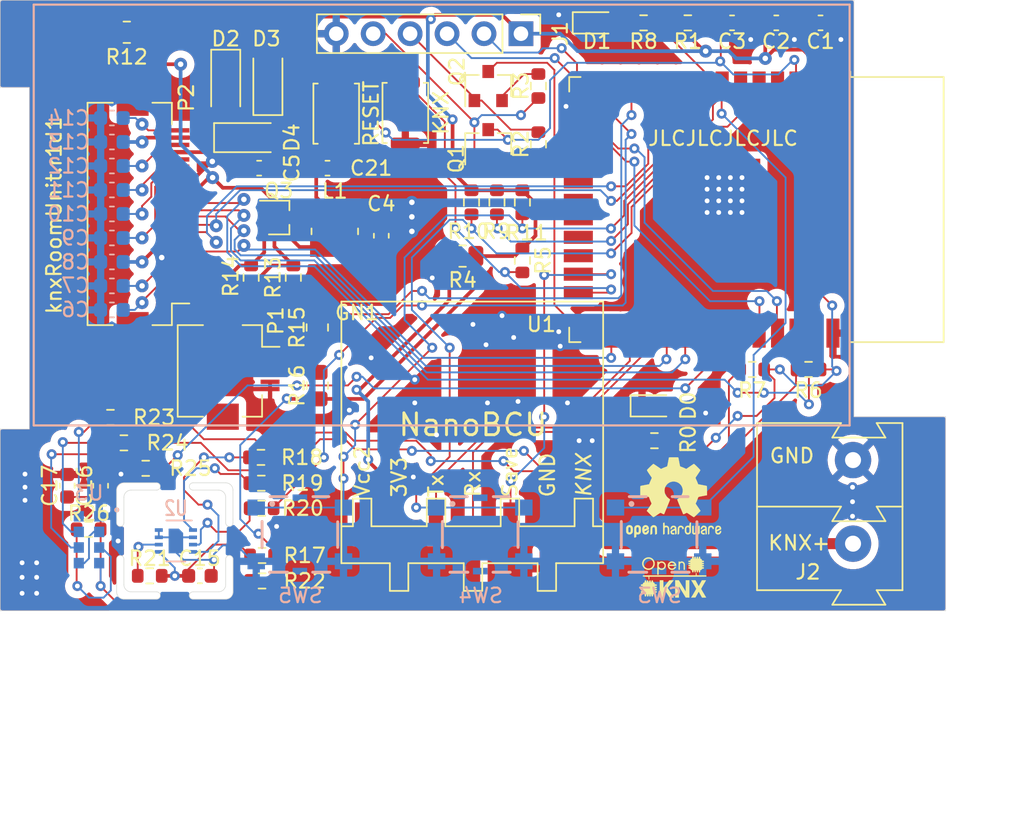
<source format=kicad_pcb>
(kicad_pcb (version 20221018) (generator pcbnew)
  (title_block (title "knxRoomUnit") (date "2024-01-21") (rev "r1d1") (company "MP"))
  (layers (0 "F.Cu" signal "Front") (31 "B.Cu" signal "Back") (34 "B.Paste" user) (35 "F.Paste" user) (36 "B.SilkS" user "B.Silkscreen") (37 "F.SilkS" user "F.Silkscreen") (38 "B.Mask" user) (39 "F.Mask" user) (44 "Edge.Cuts" user))
  (net 0 "")
  (net 1 "GND")
  (net 2 "+3V3")
  (net 3 "/ePaper/PREVGH")
  (net 4 "/ePaper/PREVGL")
  (net 5 "+3.3VA")
  (net 6 "ESP_RX")
  (net 7 "ESP_TX")
  (net 8 "EPAPER_SDI")
  (net 9 "EPAPER_CLK")
  (net 10 "EPAPER_CS")
  (net 11 "EPAPER_DC")
  (net 12 "EPAPER_RST")
  (net 13 "EPAPER_BUSY")
  (net 14 "/ePaper/RESE")
  (net 15 "/ePaper/GDR")
  (net 16 "Net-(U2-VDD)")
  (net 17 "ESP_EN")
  (net 18 "Net-(P2-Pin_18)")
  (net 19 "Net-(P2-Pin_19)")
  (net 20 "I2C_SCK")
  (net 21 "I2C_SDA")
  (net 22 "Net-(P2-Pin_20)")
  (net 23 "Net-(P2-Pin_22)")
  (net 24 "Net-(P2-Pin_4)")
  (net 25 "EPAPER_FL")
  (net 26 "VCNL4040_INT")
  (net 27 "Net-(P2-Pin_5)")
  (net 28 "Net-(GN1-KNX+)")
  (net 29 "KNX_SAVE")
  (net 31 "Net-(C16-Pad1)")
  (net 32 "Net-(D4-A)")
  (net 33 "Net-(D2-K)")
  (net 34 "Net-(P2-Pin_24)")
  (net 35 "Net-(D1-A)")
  (net 36 "Net-(J1-Pin_4)")
  (net 37 "Net-(J1-Pin_5)")
  (net 38 "Net-(P1-Pin_1)")
  (net 39 "KNX_RX")
  (net 40 "KNX_TX")
  (net 47 "Net-(R24-Pad1)")
  (net 48 "Net-(Q1-B)")
  (net 49 "Net-(U1-IO2)")
  (net 50 "Net-(Q2-B)")
  (net 51 "Net-(U1-IO32)")
  (net 52 "ESP_BOOT")
  (net 53 "+3.3VP")
  (net 54 "Net-(U1-IO35)")
  (net 55 "Net-(R25-Pad1)")
  (net 56 "Net-(U1-IO34)")
  (net 57 "Net-(U1-IO33)")
  (net 58 "Net-(U2-SCL)")
  (net 59 "Net-(U2-SDA)")
  (net 60 "Net-(U2-ALERT)")
  (net 61 "SHT31_ALERT")
  (net 62 "Net-(U2-~{RESET})")
  (net 63 "Net-(R23-Pad1)")
  (net 64 "Net-(R26-Pad2)")
  (net 76 "Net-(U3-Pad2)")
  (net 77 "Net-(D0-A)")
  (footprint "Capacitor_SMD:C_0603_1608Metric" (layer "F.Cu") (at 144.399 38.354)
    (fp_text reference "C1")
    (fp_text value "22uF" hide)
  )
  (footprint "Capacitor_SMD:C_0603_1608Metric" (layer "F.Cu") (at 141.3577 38.354)
    (fp_text reference "C2")
    (fp_text value "100nF" hide)
  )
  (footprint "Capacitor_SMD:C_0603_1608Metric" (layer "F.Cu") (at 138.3164 38.354)
    (fp_text reference "C3")
    (fp_text value "1uF" hide)
  )
  (footprint "Capacitor_SMD:C_0603_1608Metric" (layer "F.Cu") (at 94.9 70.2 90)
    (fp_text reference "C16")
    (fp_text value "100nF" hide)
  )
  (footprint "Capacitor_SMD:C_0603_1608Metric" (layer "F.Cu") (at 92.6 70.2 90)
    (fp_text reference "C17")
    (fp_text value "100nF" hide)
  )
  (footprint "Connector_PinHeader_2.54mm:PinHeader_1x06_P2.54mm_Vertical" (layer "F.Cu") (at 123.8 39.1 -90)
    (fp_text reference "J1")
    (fp_text value "PROG")
  )
  (footprint "Package_TO_SOT_SMD:SOT-23" (layer "F.Cu") (at 121.55 46.7 90)
    (fp_text reference "Q1")
    (fp_text value "S8050" hide)
  )
  (footprint "Package_TO_SOT_SMD:SOT-23" (layer "F.Cu") (at 121.55 42.7 90)
    (fp_text reference "Q2")
    (fp_text value "S8050" hide)
  )
  (footprint "Package_TO_SOT_SMD:SOT-323_SC-70" (layer "F.Cu") (at 107.15 51.75)
    (fp_text reference "Q3")
    (fp_text value "SI1308" hide)
  )
  (footprint "Resistor_SMD:R_0603_1608Metric" (layer "F.Cu") (at 125 46.7 90)
    (fp_text reference "R2")
    (fp_text value "10k" hide)
  )
  (footprint "Resistor_SMD:R_0603_1608Metric" (layer "F.Cu") (at 125 42.7 -90)
    (fp_text reference "R3")
    (fp_text value "10k" hide)
  )
  (footprint "Resistor_SMD:R_0603_1608Metric" (layer "F.Cu") (at 143.575 62.2 180)
    (fp_text reference "R6")
    (fp_text value "4.7k" hide)
  )
  (footprint "Resistor_SMD:R_0603_1608Metric" (layer "F.Cu") (at 139.7 62.2 180)
    (fp_text reference "R7")
    (fp_text value "4.7k" hide)
  )
  (footprint "Resistor_SMD:R_0603_1608Metric" (layer "F.Cu") (at 123.9 54.7 -90)
    (fp_text reference "R5")
    (fp_text value "10k" hide)
  )
  (footprint "Resistor_SMD:R_0603_1608Metric" (layer "F.Cu") (at 122.15 50.7 -90)
    (fp_text reference "R9")
    (fp_text value "10k" hide)
  )
  (footprint "Resistor_SMD:R_0603_1608Metric" (layer "F.Cu") (at 120.4 50.7 -90)
    (fp_text reference "R10")
    (fp_text value "10k" hide)
  )
  (footprint "Resistor_SMD:R_0603_1608Metric" (layer "F.Cu") (at 123.9 50.7 -90)
    (fp_text reference "R11")
    (fp_text value "10k" hide)
  )
  (footprint "Button_Switch_SMD:SW_Push_SPST_NO_Alps_SKRK" (layer "F.Cu") (at 111.1 44.6 -90)
    (fp_text reference "SW1" hide)
    (fp_text value "RESET")
  )
  (footprint "Button_Switch_SMD:SW_Push_SPST_NO_Alps_SKRK" (layer "F.Cu") (at 115.85 44.55 -90)
    (fp_text reference "SW2" hide)
    (fp_text value "KNX")
  )
  (footprint "RF_Module:ESP32-WROOM-32" (layer "F.Cu") (at 137 51.2 -90)
    (fp_text reference "U1")
    (fp_text value "ESP32-WROOM-32")
  )
  (footprint "Connector_FFC-FPC:Hirose_FH12-6S-0.5SH_1x06-1MP_P0.50mm_Horizontal" (layer "F.Cu") (at 104.7 62.3 -90)
    (fp_text reference "P1")
    (fp_text value "ePaper FL")
  )
  (footprint "Connector_FFC-FPC:Hirose_FH12-24S-0.5SH_1x24-1MP_P0.50mm_Horizontal" (layer "F.Cu") (at 98.5 51.5 -90)
    (fp_text reference "P2")
    (fp_text value "ePaper")
  )
  (footprint "Resistor_SMD:R_0603_1608Metric" (layer "F.Cu") (at 106 75 180)
    (fp_text reference "R17")
    (fp_text value "0")
  )
  (footprint "Resistor_SMD:R_0603_1608Metric" (layer "F.Cu") (at 105.925 68.25)
    (fp_text reference "R18")
    (fp_text value "0")
  )
  (footprint "Resistor_SMD:R_0603_1608Metric" (layer "F.Cu") (at 105.9475 70.025)
    (fp_text reference "R19")
    (fp_text value "0")
  )
  (footprint "Resistor_SMD:R_0603_1608Metric" (layer "F.Cu") (at 106 76.75 180)
    (fp_text reference "R22")
    (fp_text value "0")
  )
  (footprint "Capacitor_SMD:C_0603_1608Metric" (layer "F.Cu") (at 114.2 53 90)
    (fp_text reference "C4")
    (fp_text value "4.7uF" hide)
  )
  (footprint "Capacitor_SMD:C_0603_1608Metric" (layer "F.Cu") (at 105.8 48.35 180)
    (fp_text reference "C5")
    (fp_text value "4.7uF" hide)
  )
  (footprint "Capacitor_SMD:C_0603_1608Metric" (layer "F.Cu") (at 110.5 48.35 180)
    (fp_text reference "C21")
    (fp_text value "4.7uF" hide)
  )
  (footprint "Diode_SMD:D_SOD-123" (layer "F.Cu") (at 103.5 42.45 -90)
    (fp_text reference "D2")
    (fp_text value "MBR0530" hide)
  )
  (footprint "Diode_SMD:D_SOD-123" (layer "F.Cu") (at 106.4 42.45 90)
    (fp_text reference "D3")
    (fp_text value "MBR0530" hide)
  )
  (footprint "Inductor_SMD:L_Wuerth_MAPI-3020" (layer "F.Cu") (at 111 52.7 90)
    (fp_text reference "L1")
    (fp_text value "10uH" hide)
  )
  (footprint "Resistor_SMD:R_0603_1608Metric" (layer "F.Cu") (at 95.575 65.5)
    (fp_text reference "R23")
    (fp_text value "0")
  )
  (footprint "Resistor_SMD:R_0603_1608Metric" (layer "F.Cu") (at 96.5 67.25)
    (fp_text reference "R24")
    (fp_text value "0")
  )
  (footprint "Resistor_SMD:R_0603_1608Metric" (layer "F.Cu") (at 98 69)
    (fp_text reference "R25")
    (fp_text value "0")
  )
  (footprint "Resistor_SMD:R_0805_2012Metric" (layer "F.Cu") (at 96.7 39 180)
    (fp_text reference "R12")
    (fp_text value "0" hide)
  )
  (footprint "Resistor_SMD:R_0603_1608Metric" (layer "F.Cu") (at 108.15 55.875 -90)
    (fp_text reference "R13")
    (fp_text value "10k" hide)
  )
  (footprint "Resistor_SMD:R_0603_1608Metric" (layer "F.Cu") (at 105.25 55.875 -90)
    (fp_text reference "R14")
    (fp_text value "0.47" hide)
  )
  (footprint "Resistor_SMD:R_0805_2012Metric" (layer "F.Cu") (at 109.8 59.3125 -90)
    (fp_text reference "R15")
    (fp_text value "10" hide)
  )
  (footprint "Diode_SMD:D_SOD-123" (layer "F.Cu") (at 104.95 46.25)
    (fp_text reference "D4")
    (fp_text value "MBR0530" hide)
  )
  (footprint "Resistor_SMD:R_0805_2012Metric" (layer "F.Cu") (at 109.8 63.3125 90)
    (fp_text reference "R16")
    (fp_text value "10" hide)
  )
  (footprint "Resistor_SMD:R_0603_1608Metric" (layer "F.Cu") (at 132.2338 38.354 180)
    (fp_text reference "R8")
    (fp_text value "75" hide)
  )
  (footprint "Resistor_SMD:R_0603_1608Metric" (layer "F.Cu") (at 135.2751 38.354)
    (fp_text reference "R1")
    (fp_text value "10k" hide)
  )
  (footprint "LED_SMD:LED_0603_1608Metric_Pad1.05x0.95mm_HandSolder" (layer "F.Cu") (at 129.0225 38.354)
    (fp_text reference "D1")
    (fp_text value "UI" hide)
  )
  (footprint "OpenKNX:KNX_Connector" (layer "F.Cu") (at 147.034 71.636)
    (fp_text reference "J2")
    (fp_text value "KNX")
  )
  (footprint "Resistor_SMD:R_0805_2012Metric" (layer "F.Cu") (at 119.7875 54.4 180)
    (fp_text reference "R4")
    (fp_text value "0" hide)
  )
  (footprint "Resistor_SMD:R_0603_1608Metric" (layer "F.Cu") (at 98.275 76.4)
    (fp_text reference "R21")
    (fp_text value "2.2k" hide)
  )
  (footprint "Resistor_SMD:R_0603_1608Metric" (layer "F.Cu") (at 105.97 71.75)
    (fp_text reference "R20")
    (fp_text value "0")
  )
  (footprint "Resistor_SMD:R_0603_1608Metric" (layer "F.Cu") (at 94.075 73.2 180)
    (fp_text reference "R26")
    (fp_text value "8.2k" hide)
  )
  (footprint "Capacitor_SMD:C_0603_1608Metric" (layer "F.Cu") (at 101.725 76.4)
    (fp_text reference "C15")
    (fp_text value "100nF" hide)
  )
  (footprint "OpenKNX:NanoBCU_PinHeader_SMD_low_profile" (layer "F.Cu") (at 128.123 74.259 -90)
    (fp_text reference "GN1")
    (fp_text value "OpenKNX_BCU")
  )
  (footprint "Symbol:OSHW-Logo2_7.3x6mm_SilkScreen" (layer "F.Cu") (at 134.3 71)
    (fp_text reference "REF**" hide)
    (fp_text value "OSHW-Logo2_7.3x6mm_SilkScreen" hide)
  )
  (footprint "LED_SMD:LED_0603_1608Metric_Pad1.05x0.95mm_HandSolder" (layer "F.Cu") (at 133 64.7)
    (fp_text reference "D0")
    (fp_text value "PWR" hide)
  )
  (footprint "OpenKNX:OpenKNX_Logo_05x03" (layer "F.Cu") (at 134.3 76.7)
    (fp_text reference "G***" hide)
    (fp_text value "LOGO" hide)
  )
  (footprint "Resistor_SMD:R_0603_1608Metric" (layer "F.Cu") (at 132.9775 67.1)
    (fp_text reference "R0")
    (fp_text value "75" hide)
  )
  (footprint "431151008826:431151008826" (layer "B.Cu") (at 133.3 73.55)
    (fp_text reference "SW3")
    (fp_text value "DW")
  )
  (footprint "431151008826:431151008826" (layer "B.Cu") (at 121 73.55)
    (fp_text reference "SW4")
    (fp_text value "OK")
  )
  (footprint "431151008826:431151008826" (layer "B.Cu") (at 108.6 73.55)
    (fp_text reference "SW5")
    (fp_text value "UP")
  )
  (footprint "Capacitor_SMD:C_0603_1608Metric" (layer "B.Cu") (at 95.675 58.103125 180)
    (fp_text reference "C6")
    (fp_text value "4.7uF" hide)
  )
  (footprint "Capacitor_SMD:C_0603_1608Metric" (layer "B.Cu") (at 95.675 56.45273 180)
    (fp_text reference "C7")
    (fp_text value "4.7uF" hide)
  )
  (footprint "Capacitor_SMD:C_0603_1608Metric" (layer "B.Cu") (at 95.675 54.80234 180)
    (fp_text reference "C8")
    (fp_text value "1uF" hide)
  )
  (footprint "Capacitor_SMD:C_0603_1608Metric" (layer "B.Cu") (at 95.675 53.15195 180)
    (fp_text reference "C9")
    (fp_text value "1uF" hide)
  )
  (footprint "Capacitor_SMD:C_0603_1608Metric" (layer "B.Cu") (at 95.675 51.50156 180)
    (fp_text reference "C10")
    (fp_text value "1uF" hide)
  )
  (footprint "Capacitor_SMD:C_0603_1608Metric" (layer "B.Cu") (at 95.675 49.85117 180)
    (fp_text reference "C11")
    (fp_text value "4.7uF" hide)
  )
  (footprint "Capacitor_SMD:C_0603_1608Metric" (layer "B.Cu") (at 95.675 48.20078 180)
    (fp_text reference "C12")
    (fp_text value "4.7uF" hide)
  )
  (footprint "Capacitor_SMD:C_0603_1608Metric" (layer "B.Cu") (at 95.675 46.55039 180)
    (fp_text reference "C13")
    (fp_text value "4.7uF" hide)
  )
  (footprint "Capacitor_SMD:C_0603_1608Metric" (layer "B.Cu") (at 95.675 44.9 180)
    (fp_text reference "C14")
    (fp_text value "1uF" hide)
  )
  (footprint "VCNL4040M3OE:VISHAY_VCNL4040_4X2X1.1" (layer "B.Cu") (at 94.1 73.9125 180)
    (fp_text reference "U3")
    (fp_text value "VCNL4040M3OE" hide)
  )
  (footprint "Sensor_Humidity:Sensirion_DFN-8-1EP_2.5x2.5mm_P0.5mm_EP1.1x1.7mm" (layer "B.Cu") (at 100.075 74 180)
    (fp_text reference "U2")
    (fp_text value "SHT31-DIS" hide)
  )
  (gr_line (start 90.3 66.05) (end 90.3 37.1) (stroke (width 0.1524)) (layer "B.SilkS"))
  (gr_line (start 146.4 37.1) (end 146.4 66.05) (stroke (width 0.1524)) (layer "B.SilkS"))
  (gr_line (start 146.4 66.05) (end 90.3 66.05) (stroke (width 0.1524)) (layer "B.SilkS"))
  (gr_line (start 90.3 37.1) (end 146.4 37.1) (stroke (width 0.1524)) (layer "B.SilkS"))
  (gr_line locked (start 153 78.8) (end 88 78.8) (stroke (width 0.0381)) (layer "Edge.Cuts"))
  (gr_arc (start 98.75 77.5) (mid 99 77.75) (end 98.75 78) (stroke (width 0.0381)) (layer "Edge.Cuts"))
  (gr_line (start 103.5 71) (end 103.5 72.75) (stroke (width 0.0381)) (layer "Edge.Cuts"))
  (gr_arc (start 101.25 70.5) (mid 101 70.25) (end 101.25 70) (stroke (width 0.0381)) (layer "Edge.Cuts"))
  (gr_line (start 96.5 77) (end 96.5 75.25) (stroke (width 0.0381)) (layer "Edge.Cuts"))
  (gr_line (start 96.5 78) (end 98.75 78) (stroke (width 0.0381)) (layer "Edge.Cuts"))
  (gr_line locked (start 88 66.3) (end 90 66.3) (stroke (width 0.0381)) (layer "Edge.Cuts"))
  (gr_arc (start 104 77.5) (mid 103.853553 77.853553) (end 103.5 78) (stroke (width 0.0381)) (layer "Edge.Cuts"))
  (gr_line locked (start 146.7 65.45) (end 146.7 36.8) (stroke (width 0.0381)) (layer "Edge.Cuts"))
  (gr_arc (start 96.5 71) (mid 96.646447 70.646447) (end 97 70.5) (stroke (width 0.0381)) (layer "Edge.Cuts"))
  (gr_line (start 104 72.5) (end 104 72.5) (stroke (width 0.0381)) (layer "Edge.Cuts"))
  (gr_arc (start 103.5 77) (mid 103.353553 77.353553) (end 103 77.5) (stroke (width 0.0381)) (layer "Edge.Cuts"))
  (gr_arc (start 96.5 78) (mid 96.146447 77.853553) (end 96 77.5) (stroke (width 0.0381)) (layer "Edge.Cuts"))
  (gr_line (start 103.5 77) (end 103.5 75.25) (stroke (width 0.0381)) (layer "Edge.Cuts"))
  (gr_line locked (start 88 36.8) (end 146.7 36.8) (stroke (width 0.0381)) (layer "Edge.Cuts"))
  (gr_arc (start 97 77.5) (mid 96.646447 77.353553) (end 96.5 77) (stroke (width 0.0381)) (layer "Edge.Cuts"))
  (gr_line (start 96.5 71) (end 96.5 72.75) (stroke (width 0.0381)) (layer "Edge.Cuts"))
  (gr_line (start 101.25 70.5) (end 103 70.5) (stroke (width 0.0381)) (layer "Edge.Cuts"))
  (gr_line locked (start 153 78.8) (end 153 65.45) (stroke (width 0.0381)) (layer "Edge.Cuts"))
  (gr_line locked (start 88 42.8) (end 88 36.8) (stroke (width 0.0381)) (layer "Edge.Cuts"))
  (gr_arc (start 101.25 78) (mid 101 77.75) (end 101.25 77.5) (stroke (width 0.0381)) (layer "Edge.Cuts"))
  (gr_line locked (start 88 78.8) (end 88 66.3) (stroke (width 0.0381)) (layer "Edge.Cuts"))
  (gr_arc (start 96.5 72.75) (mid 96.25 73) (end 96 72.75) (stroke (width 0.0381)) (layer "Edge.Cuts"))
  (gr_line (start 103.5 78) (end 101.25 78) (stroke (width 0.0381)) (layer "Edge.Cuts"))
  (gr_line (start 101.25 77.5) (end 103 77.5) (stroke (width 0.0381)) (layer "Edge.Cuts"))
  (gr_arc (start 96 70.5) (mid 96.146447 70.146447) (end 96.5 70) (stroke (width 0.0381)) (layer "Edge.Cuts"))
  (gr_line locked (start 90 66.3) (end 90 42.8) (stroke (width 0.0381)) (layer "Edge.Cuts"))
  (gr_line locked (start 90 42.8) (end 88 42.8) (stroke (width 0.0381)) (layer "Edge.Cuts"))
  (gr_line locked (start 153 65.45) (end 146.7 65.45) (stroke (width 0.0381)) (layer "Edge.Cuts"))
  (gr_line (start 97 77.5) (end 98.75 77.5) (stroke (width 0.0381)) (layer "Edge.Cuts"))
  (gr_arc (start 103.5 75.25) (mid 103.75 75) (end 104 75.25) (stroke (width 0.0381)) (layer "Edge.Cuts"))
  (gr_line (start 97 70.5) (end 98.75 70.5) (stroke (width 0.0381)) (layer "Edge.Cuts"))
  (gr_arc (start 103 70.5) (mid 103.353553 70.646447) (end 103.5 71) (stroke (width 0.0381)) (layer "Edge.Cuts"))
  (gr_line (start 96 77.5) (end 96 75.25) (stroke (width 0.0381)) (layer "Edge.Cuts"))
  (gr_line (start 103.5 70) (end 101.25 70) (stroke (width 0.0381)) (layer "Edge.Cuts"))
  (gr_arc (start 104 72.75) (mid 103.75 73) (end 103.5 72.75) (stroke (width 0.0381)) (layer "Edge.Cuts"))
  (gr_arc (start 103.5 70) (mid 103.853553 70.146447) (end 104 70.5) (stroke (width 0.0381)) (layer "Edge.Cuts"))
  (gr_line (start 104 70.5) (end 104 72.75) (stroke (width 0.0381)) (layer "Edge.Cuts"))
  (gr_line (start 96.5 70) (end 98.75 70) (stroke (width 0.0381)) (layer "Edge.Cuts"))
  (gr_arc (start 98.75 70) (mid 99 70.25) (end 98.75 70.5) (stroke (width 0.0381)) (layer "Edge.Cuts"))
  (gr_line (start 104 77.5) (end 104 75.25) (stroke (width 0.0381)) (layer "Edge.Cuts"))
  (gr_arc (start 96 75.25) (mid 96.25 75) (end 96.5 75.25) (stroke (width 0.0381)) (layer "Edge.Cuts"))
  (gr_line (start 96 70.5) (end 96 72.75) (stroke (width 0.0381)) (layer "Edge.Cuts"))
  (gr_text "JLCJLCJLCJLC" (at 137.7 46.3) (layer "F.SilkS") (effects (font (size 1 1))))
  (gr_text "knxRoomUnit.r1d1" (at 91.7 51.6 90) (layer "F.SilkS") (effects (font (size 1 1))))
  (segment (start 138.3529 37.6155) (end 139.0914 38.354) (width 0.127) (layer "F.Cu") (net 1))
  (segment (start 101.15 49.25) (end 100.35 49.25) (width 0.254) (layer "F.Cu") (net 1))
  (segment (start 142.6 38.8213) (end 142.1327 38.354) (width 0.127) (layer "F.Cu") (net 1))
  (segment (start 139.8454 37.6) (end 141.3787 37.6) (width 0.127) (layer "F.Cu") (net 1))
  (segment (start 139.0914 38.354) (end 139.8454 37.6) (width 0.127) (layer "F.Cu") (net 1))
  (segment (start 102.577735 47.889906) (end 102.510094 47.889906) (width 0.254) (layer "F.Cu") (net 1))
  (segment (start 102.7 76.2) (end 102.5 76.4) (width 0.127) (layer "F.Cu") (net 1))
  (segment (start 128.886 37.6155) (end 138.3529 37.6155) (width 0.127) (layer "F.Cu") (net 1))
  (segment (start 142.8867 37.6) (end 144.42 37.6) (width 0.127) (layer "F.Cu") (net 1))
  (segment (start 142.1327 38.354) (end 142.1327 38.7327) (width 0.127) (layer "F.Cu") (net 1))
  (segment (start 142.1327 38.354) (end 142.8867 37.6) (width 0.127) (layer "F.Cu") (net 1))
  (segment (start 126.9 44.64) (end 127.745 45.485) (width 0.254) (layer "F.Cu") (net 1))
  (segment (start 100.35 53.75) (end 99.396 53.75) (width 0.254) (layer "F.Cu") (net 1))
  (segment (start 126.9 44.1) (end 126.9 44.64) (width 0.254) (layer "F.Cu") (net 1))
  (segment (start 144.42 37.6) (end 145.174 38.354) (width 0.127) (layer "F.Cu") (net 1))
  (segment (start 102.7 75.3) (end 102.7 76.2) (width 0.127) (layer "F.Cu") (net 1))
  (segment (start 99.1 54.046) (end 99.1 54.5) (width 0.254) (layer "F.Cu") (net 1))
  (segment (start 99.396 53.75) (end 99.1 54.046) (width 0.254) (layer "F.Cu") (net 1))
  (segment (start 142.6 39.5) (end 142.6 38.8213) (width 0.127) (layer "F.Cu") (net 1))
  (segment (start 128.1475 38.354) (end 128.886 37.6155) (width 0.127) (layer "F.Cu") (net 1))
  (segment (start 106.55 63.55) (end 106.55 63.05) (width 0.254) (layer "F.Cu") (net 1))
  (segment (start 102.510094 47.889906) (end 101.15 49.25) (width 0.254) (layer "F.Cu") (net 1))
  (segment (start 141.3787 37.6) (end 142.1327 38.354) (width 0.127) (layer "F.Cu") (net 1))
  (via (at 90.5 75.5) (size 0.6858) (drill 0.3302) (layers "F.Cu" "B.Cu") (net 1))
  (via (at 123.3 60) (size 0.6858) (drill 0.3302) (layers "F.Cu" "B.Cu") (net 1))
  (via (at 89.5 76.5) (size 0.6858) (drill 0.3302) (layers "F.Cu" "B.Cu") (net 1))
  (via (at 136.6 49.8) (size 0.6858) (drill 0.3302) (layers "F.Cu" "B.Cu") (net 1))
  (via (at 107 73) (size 0.6858) (drill 0.3302) (layers "F.Cu" "B.Cu") (net 1))
  (via (at 89.7 69.4) (size 0.6858) (drill 0.3302) (layers "F.Cu" "B.Cu") (net 1))
  (via (at 89.7 70.3) (size 0.6858) (drill 0.3302) (layers "F.Cu" "B.Cu") (net 1))
  (via (at 89.5 75.5) (size 0.6858) (drill 0.3302) (layers "F.Cu" "B.Cu") (net 1))
  (via (at 116.4 69.6) (size 0.6858) (drill 0.3302) (layers "F.Cu" "B.Cu") (net 1))
  (via (at 127 64.5) (size 0.6858) (drill 0.3302) (layers "F.Cu" "B.Cu") (net 1))
  (via (at 123.6 64.4) (size 0.6858) (drill 0.3302) (layers "F.Cu" "B.Cu") (net 1))
  (via (at 139.6 39.5) (size 0.6858) (drill 0.3302) (layers "F.Cu" "B.Cu") (net 1))
  (via (at 146.6 70.3) (size 0.6858) (drill 0.3302) (layers "F.Cu" "B.Cu") (net 1))
  (via (at 102.577735 47.889906) (size 0.889) (drill 0.381) (layers "F.Cu" "B.Cu") (net 1))
  (via (at 137.4 49.8) (size 0.6858) (drill 0.3302) (layers "F.Cu" "B.Cu") (net 1))
  (via (at 136.6 50.6) (size 0.6858) (drill 0.3302) (layers "F.Cu" "B.Cu") (net 1))
  (via (at 136.6 49) (size 0.6858) (drill 0.3302) (layers "F.Cu" "B.Cu") (net 1))
  (via (at 102.7 75.3) (size 0.6858) (drill 0.3302) (layers "F.Cu" "B.Cu") (net 1))
  (via (at 90.5 76.5) (size 0.6858) (drill 0.3302) (layers "F.Cu" "B.Cu") (net 1))
  (via (at 138.2 50.6) (size 0.6858) (drill 0.3302) (layers "F.Cu" "B.Cu") (net 1))
  (via (at 142.6 39.5) (size 0.6858) (drill 0.3302) (layers "F.Cu" "B.Cu") (net 1))
  (via (at 120.5 59.1) (size 0.6858) (drill 0.3302) (layers "F.Cu" "B.Cu") (net 1))
  (via (at 96.1 74) (size 0.6858) (drill 0.3302) (layers "F.Cu" "B.Cu") (net 1))
  (via (at 118 66.7) (size 0.6858) (drill 0.3302) (layers "F.Cu" "B.Cu") (net 1))
  (via (at 139 51.4) (size 0.6858) (drill 0.3302) (layers "F.Cu" "B.Cu") (net 1))
  (via (at 90.5 77.6) (size 0.6858) (drill 0.3302) (layers "F.Cu" "B.Cu") (net 1))
  (via (at 99.1 54.5) (size 0.889) (drill 0.381) (layers "F.Cu" "B.Cu") (net 1))
  (via (at 126.4 37.8) (size 0.6858) (drill 0.3302) (layers "F.Cu" "B.Cu") (net 1))
  (via (at 116.3 51.7) (size 0.889) (drill 0.381) (layers "F.Cu" "B.Cu") (net 1))
  (via (at 139 50.6) (size 0.6858) (drill 0.3302) (layers "F.Cu" "B.Cu") (net 1))
  (via (at 146.6 71.3) (size 0.6858) (drill 0.3302) (layers "F.Cu" "B.Cu") (net 1))
  (via (at 89.7 71.2) (size 0.6858) (drill 0.3302) (layers "F.Cu" "B.Cu") (net 1))
  (via (at 121.5 64.5) (size 0.6858) (drill 0.3302) (layers "F.Cu" "B.Cu") (net 1))
  (via (at 139 49) (size 0.6858) (drill 0.3302) (layers "F.Cu" "B.Cu") (net 1))
  (via (at 126.4 59.6) (size 0.6858) (drill 0.3302) (layers "F.Cu" "B.Cu") (net 1))
  (via (at 145.8 39.5) (size 0.6858) (drill 0.3302) (layers "F.Cu" "B.Cu") (net 1))
  (via (at 137.4 49) (size 0.6858) (drill 0.3302) (layers "F.Cu" "B.Cu") (net 1))
  (via (at 112 65) (size 0.6858) (drill 0.3302) (layers "F.Cu" "B.Cu") (net 1))
  (via (at 138.2 51.4) (size 0.6858) (drill 0.3302) (layers "F.Cu" "B.Cu") (net 1))
  (via (at 138.2 49.8) (size 0.6858) (drill 0.3302) (layers "F.Cu" "B.Cu") (net 1))
  (via (at 136.5 65.2) (size 0.6858) (drill 0.3302) (layers "F.Cu" "B.Cu") (net 1))
  (via (at 137.4 50.6) (size 0.6858) (drill 0.3302) (layers "F.Cu" "B.Cu") (net 1))
  (via (at 136.6 51.4) (size 0.6858) (drill 0.3302) (layers "F.Cu" "B.Cu") (net 1))
  (via (at 139 49.8) (size 0.6858) (drill 0.3302) (layers "F.Cu" "B.Cu") (net 1))
  (via (at 113.5 61.4) (size 0.6858) (drill 0.3302) (layers "F.Cu" "B.Cu") (net 1))
  (via (at 127.8 67.1) (size 0.6858) (drill 0.3302) (layers "F.Cu" "B.Cu") (net 1))
  (via (at 116.5 64.5) (size 0.6858) (drill 0.3302) (layers "F.Cu" "B.Cu") (net 1))
  (via (at 138.2 49) (size 0.6858) (drill 0.3302) (layers "F.Cu" "B.Cu") (net 1))
  (via (at 117.7 55.9) (size 0.6858) (drill 0.3302) (layers "F.Cu" "B.Cu") (net 1))
  (via (at 116.3 50.7) (size 0.889) (drill 0.381) (layers "F.Cu" "B.Cu") (net 1))
  (via (at 146.6 72.3) (size 0.6858) (drill 0.3302) (layers "F.Cu" "B.Cu") (net 1))
  (via (at 116.5 62.9) (size 0.6858) (drill 0.3302) (layers "F.Cu" "B.Cu") (net 1))
  (via (at 89.5 77.6) (size 0.6858) (drill 0.3302) (layers "F.Cu" "B.Cu") (net 1))
  (via (at 96.3 69.4) (size 0.6858) (drill 0.3302) (layers "F.Cu" "B.Cu") (net 1))
  (via (at 121.4 60.5) (size 0.6858) (drill 0.3302) (layers "F.Cu" "B.Cu") (net 1))
  (via (at 126.5 60.6) (size 0.6858) (drill 0.3302) (layers "F.Cu" "B.Cu") (net 1))
  (via (at 128.7 67.1) (size 0.6858) (drill 0.3302) (layers "F.Cu" "B.Cu") (net 1))
  (via (at 126.9 44.1) (size 0.6858) (drill 0.3302) (layers "F.Cu" "B.Cu") (net 1))
  (via (at 137.4 51.4) (size 0.6858) (drill 0.3302) (layers "F.Cu" "B.Cu") (net 1))
  (via (at 116.3 52.7) (size 0.889) (drill 0.381) (layers "F.Cu" "B.Cu") (net 1))
  (via (at 122.5 58.5) (size 0.6858) (drill 0.3302) (layers "F.Cu" "B.Cu") (net 1))
  (segment (start 98.9 73.25) (end 98.9 73.75) (width 0.127) (layer "B.Cu") (net 1))
  (segment (start 95.626717 73.526717) (end 95.626717 72) (width 0.127) (layer "B.Cu") (net 1))
  (segment (start 100.075 74.775) (end 100.075 74) (width 0.127) (layer "B.Cu") (net 1))
  (segment (start 94.8 72.3) (end 95.326717 72.3) (width 0.127) (layer "B.Cu") (net 1))
  (segment (start 95.626717 70.073283) (end 96.3 69.4) (width 0.127) (layer "B.Cu") (net 1))
  (segment (start 98.9 73.75) (end 99.825 73.75) (width 0.127) (layer "B.Cu") (net 1))
  (segment (start 105.35 75.4) (end 104.25 74.3) (width 0.127) (layer "B.Cu") (net 1))
  (segment (start 104.25 74.3) (end 103.3 74.3) (width 0.127) (layer "B.Cu") (net 1))
  (segment (start 102.7 74.9) (end 102.7 75.3) (width 0.127) (layer "B.Cu") (net 1))
  (segment (start 95.326717 72.3) (end 95.626717 72) (width 0.127) (layer "B.Cu") (net 1))
  (segment (start 103.3 74.3) (end 102.7 74.9) (width 0.127) (layer "B.Cu") (net 1))
  (segment (start 105.6 75.4) (end 105.35 75.4) (width 0.127) (layer "B.Cu") (net 1))
  (segment (start 102.7 75.3) (end 100.6 75.3) (width 0.127) (layer "B.Cu") (net 1))
  (segment (start 95.626717 72) (end 95.626717 70.073283) (width 0.127) (layer "B.Cu") (net 1))
  (segment (start 100.325 73.75) (end 100.075 74) (width 0.127) (layer "B.Cu") (net 1))
  (segment (start 101.25 73.75) (end 100.325 73.75) (width 0.127) (layer "B.Cu") (net 1))
  (segment (start 96.1 74) (end 96.1 73.9) (width 0.127) (layer "B.Cu") (net 1))
  (segment (start 100.6 75.3) (end 100.075 74.775) (width 0.127) (layer "B.Cu") (net 1))
  (segment (start 99.825 73.75) (end 100.075 74) (width 0.127) (layer "B.Cu") (net 1))
  (segment (start 96.1 74) (end 95.626717 73.526717) (width 0.127) (layer "B.Cu") (net 1))
  (segment (start 133.0525 68) (end 136.1 68) (width 0.127) (layer "F.Cu") (net 2))
  (segment (start 132.1525 67.1) (end 133.0525 68) (width 0.127) (layer "F.Cu") (net 2))
  (segment (start 143.985 56.585) (end 143.985 42.7) (width 0.127) (layer "F.Cu") (net 2))
  (segment (start 143.624 38.354) (end 143.624 39.776) (width 0.254) (layer "F.Cu") (net 2))
  (segment (start 117.9 37.8) (end 122.5 37.8) (width 0.254) (layer "F.Cu") (net 2))
  (segment (start 143.2 40.2) (end 143.985 40.985) (width 0.254) (layer "F.Cu") (net 2))
  (segment (start 117.6 38.1) (end 117.9 37.8) (width 0.254) (layer "F.Cu") (net 2))
  (segment (start 98.6895 37.923) (end 97.6125 39) (width 0.254) (layer "F.Cu") (net 2))
  (segment (start 141.2334 64.1666) (end 141.2334 62.9084) (width 0.127) (layer "F.Cu") (net 2))
  (segment (start 143.985 40.985) (end 143.985 42.7) (width 0.254) (layer "F.Cu") (net 2))
  (segment (start 140.6 40.8) (end 140.6 38.3713) (width 0.254) (layer "F.Cu") (net 2))
  (segment (start 123.925 53.875) (end 124.8 53) (width 0.254) (layer "F.Cu") (net 2))
  (segment (start 136.5 40.3) (end 136.3961 40.3) (width 0.254) (layer "F.Cu") (net 2))
  (segment (start 138.7 65.4) (end 140 65.4) (width 0.127) (layer "F.Cu") (net 2))
  (segment (start 122.5 37.8) (end 123.8 39.1) (width 0.254) (layer "F.Cu") (net 2))
  (segment (start 106.825 76.75) (end 106.825 75) (width 0.127) (layer "F.Cu") (net 2))
  (segment (start 124.8 53) (end 124.8 50.775) (width 0.254) (layer "F.Cu") (net 2))
  (segment (start 123.9 53.875) (end 123.925 53.875) (width 0.127) (layer "F.Cu") (net 2))
  (segment (start 119.1 45) (end 119.1 48.6) (width 0.254) (layer "F.Cu") (net 2))
  (segment (start 141.2334 62.9084) (end 140.525 62.2) (width 0.127) (layer "F.Cu") (net 2))
  (segment (start 120.7 54.4) (end 123.375 54.4) (width 0.254) (layer "F.Cu") (net 2))
  (segment (start 136.3961 40.3) (end 134.4501 38.354) (width 0.254) (layer "F.Cu") (net 2))
  (segment (start 124.8 50.775) (end 123.9 49.875) (width 0.254) (layer "F.Cu") (net 2))
  (segment (start 145.4 62.2) (end 145.5 62.3) (width 0.127) (layer "F.Cu") (net 2))
  (segment (start 145.2 57.8) (end 143.985 56.585) (width 0.127) (layer "F.Cu") (net 2))
  (segment (start 120.375 49.875) (end 120.4 49.875) (width 0.127) (layer "F.Cu") (net 2))
  (segment (start 120.7 56.5) (end 120.7 54.4) (width 0.254) (layer "F.Cu") (net 2))
  (segment (start 122.15 49.875) (end 123.9 49.875) (width 0.254) (layer "F.Cu") (net 2))
  (segment (start 105.75 73.5) (end 106.825 74.575) (width 0.127) (layer "F.Cu") (net 2))
  (segment (start 106.825 74.575) (end 106.825 75) (width 0.127) (layer "F.Cu") (net 2))
  (segment (start 120.4 49.875) (end 122.15 49.875) (width 0.254) (layer "F.Cu") (net 2))
  (segment (start 143.624 39.776) (end 143.2 40.2) (width 0.254) (layer "F.Cu") (net 2))
  (segment (start 117.423 37.923) (end 98.6895 37.923) (width 0.254) (layer "F.Cu") (net 2))
  (segment (start 123.375 54.4) (end 123.9 53.875) (width 0.254) (layer "F.Cu") (net 2))
  (segment (start 141.2 40.2) (end 143.2 40.2) (width 0.254) (layer "F.Cu") (net 2))
  (segment (start 136.1 68) (end 137.2 66.9) (width 0.127) (layer "F.Cu") (net 2))
  (segment (start 140 65.4) (end 141.2334 64.1666) (width 0.127) (layer "F.Cu") (net 2))
  (segment (start 109.8 64.225) (end 107.725 64.225) (width 0.254) (layer "F.Cu") (net 2))
  (segment (start 144.4 62.2) (end 145.4 62.2) (width 0.127) (layer "F.Cu") (net 2))
  (segment (start 117.6 38.1) (end 117.423 37.923) (width 0.254) (layer "F.Cu") (net 2))
  (segment (start 112.975 64.225) (end 120.7 56.5) (width 0.254) (layer "F.Cu") (net 2))
  (segment (start 140.6 38.3713) (end 140.5827 38.354) (width 0.254) (layer "F.Cu") (net 2))
  (segment (start 109.8 64.225) (end 112.975 64.225) (width 0.254) (layer "F.Cu") (net 2))
  (segment (start 140.525 62.2) (end 141.6 62.2) (width 0.127) (layer "F.Cu") (net 2))
  (segment (start 140.6 40.8) (end 141.2 40.2) (width 0.254) (layer "F.Cu") (net 2))
  (segment (start 119.1 48.6) (end 120.375 49.875) (width 0.254) (layer "F.Cu") (net 2))
  (segment (start 107.725 64.225) (end 107.7 64.2) (width 0.127) (layer "F.Cu") (net 2))
  (segment (start 119.1 45) (end 119.071 45.029) (width 0.127) (layer "F.Cu") (net 2))
  (via (at 145.5 62.3) (size 0.6858) (drill 0.3302) (layers "F.Cu" "B.Cu") (net 2))
  (via (at 145.2 57.8) (size 0.6858) (drill 0.3302) (layers "F.Cu" "B.Cu") (net 2))
  (via (at 117.6 38.1) (size 0.6858) (drill 0.3302) (layers "F.Cu" "B.Cu") (net 2))
  (via (at 140.6 40.8) (size 0.889) (drill 0.381) (layers "F.Cu" "B.Cu") (net 2))
  (via (at 105.75 73.5) (size 0.6858) (drill 0.3302) (layers "F.Cu" "B.Cu") (net 2))
  (via (at 137.2 66.9) (size 0.6858) (drill 0.3302) (layers "F.Cu" "B.Cu") (net 2))
  (via (at 141.6 62.2) (size 0.6858) (drill 0.3302) (layers "F.Cu" "B.Cu") (net 2))
  (via (at 119.1 45) (size 0.6858) (drill 0.3302) (layers "F.Cu" "B.Cu") (net 2))
  (via (at 107.7 64.2) (size 0.6858) (drill 0.3302) (layers "F.Cu" "B.Cu") (net 2))
  (via (at 138.7 65.4) (size 0.6858) (drill 0.3302) (layers "F.Cu" "B.Cu") (net 2))
  (via (at 136.5 40.3) (size 0.889) (drill 0.381) (layers "F.Cu" "B.Cu") (net 2))
  (segment (start 140.6 40.8) (end 138.6 40.8) (width 0.254) (layer "B.Cu") (net 2))
  (segment (start 105.5 73.5) (end 104.5 72.5) (width 0.127) (layer "B.Cu") (net 2))
  (segment (start 105.75 73.5) (end 105.5 73.5) (width 0.127) (layer "B.Cu") (net 2))
  (segment (start 117.4 43.3) (end 119.1 45) (width 0.254) (layer "B.Cu") (net 2))
  (segment (start 138.1 40.3) (end 127.7 40.3) (width 0.254) (layer "B.Cu") (net 2))
  (segment (start 142.7 63.3) (end 141.6 62.2) (width 0.127) (layer "B.Cu") (net 2))
  (segment (start 104.5 67.4) (end 107.7 64.2) (width 0.127) (layer "B.Cu") (net 2))
  (segment (start 127.7 40.3) (end 126.5 39.1) (width 0.254) (layer "B.Cu") (net 2))
  (segment (start 144.5 63.3) (end 142.7 63.3) (width 0.127) (layer "B.Cu") (net 2))
  (segment (start 145.2 57.8) (end 145.2 62) (width 0.127) (layer "B.Cu") (net 2))
  (segment (start 145.2 62) (end 145.5 62.3) (width 0.127) (layer "B.Cu") (net 2))
  (segment (start 137.2 66.9) (end 138.7 65.4) (width 0.127) (layer "B.Cu") (net 2))
  (segment (start 145.5 62.3) (end 144.5 63.3) (width 0.127) (layer "B.Cu") (net 2))
  (segment (start 104.5 72.5) (end 104.5 67.4) (width 0.127) (layer "B.Cu") (net 2))
  (segment (start 117.6 38.1) (end 117.4 38.3) (width 0.254) (layer "B.Cu") (net 2))
  (segment (start 126.5 39.1) (end 123.8 39.1) (width 0.254) (layer "B.Cu") (net 2))
  (segment (start 138.6 40.8) (end 138.1 40.3) (width 0.254) (layer "B.Cu") (net 2))
  (segment (start 117.4 38.3) (end 117.4 43.3) (width 0.254) (layer "B.Cu") (net 2))
  (segment (start 103.3 46.25) (end 104.475 46.25) (width 0.254) (layer "F.Cu") (net 3))
  (segment (start 100.35 47.25) (end 102.3 47.25) (width 0.254) (layer "F.Cu") (net 3))
  (segment (start 104.475 46.25) (end 106.575 48.35) (width 0.254) (layer "F.Cu") (net 3))
  (segment (start 102.3 47.25) (end 103.3 46.25) (width 0.254) (layer "F.Cu") (net 3))
  (segment (start 100.35 46.25) (end 101.304 46.25) (width 0.254) (layer "F.Cu") (net 4))
  (segment (start 103.454 44.1) (end 103.5 44.1) (width 0.254) (layer "F.Cu") (net 4))
  (segment (start 97.75 46.55) (end 98.05 46.25) (width 0.254) (layer "F.Cu") (net 4))
  (segment (start 98.05 46.25) (end 100.35 46.25) (width 0.254) (layer "F.Cu") (net 4))
  (segment (start 101.304 46.25) (end 103.454 44.1) (width 0.254) (layer "F.Cu") (net 4))
  (via (at 97.75 46.55) (size 0.889) (drill 0.381) (layers "F.Cu" "B.Cu") (net 4))
  (segment (start 97.74961 46.55039) (end 97.75 46.55) (width 0.127) (layer "B.Cu") (net 4))
  (segment (start 97.65 46.55) (end 97.75 46.55) (width 0.127) (layer "B.Cu") (net 4))
  (segment (start 96.45 46.55039) (end 97.74961 46.55039) (width 0.254) (layer "B.Cu") (net 4))
  (segment (start 99.45 50.25) (end 100.35 50.25) (width 0.254) (layer "F.Cu") (net 5))
  (segment (start 95.7875 39) (end 97.9875 41.2) (width 0.254) (layer "F.Cu") (net 5))
  (segment (start 103.3 49.7) (end 105.9 49.7) (width 0.254) (layer "F.Cu") (net 5))
  (segment (start 102.6 49) (end 103.3 49.7) (width 0.254) (layer "F.Cu") (net 5))
  (segment (start 114.2 53.775) (end 111 53.775) (width 0.508) (layer "F.Cu") (net 5))
  (segment (start 102.6 49) (end 102.35 49) (width 0.254) (layer "F.Cu") (net 5))
  (segment (start 105.9 49.7) (end 107.3 51.1) (width 0.254) (layer "F.Cu") (net 5))
  (segment (start 107.3 51.1) (end 107.3 52.5) (width 0.254) (layer "F.Cu") (net 5))
  (segment (start 97.9875 41.2) (end 100.4 41.2) (width 0.254) (layer "F.Cu") (net 5))
  (segment (start 97.74766 54.80234) (end 98.9675 53.5825) (width 0.254) (layer "F.Cu") (net 5))
  (segment (start 101.1 50.25) (end 100.35 50.25) (width 0.254) (layer "F.Cu") (net 5))
  (segment (start 102.35 49) (end 101.1 50.25) (width 0.254) (layer "F.Cu") (net 5))
  (segment (start 100.35 50.25) (end 100.35 49.75) (width 0.254) (layer "F.Cu") (net 5))
  (segment (start 98.9675 53.5825) (end 98.9675 50.7325) (width 0.254) (layer "F.Cu") (net 5))
  (segment (start 108.575 53.775) (end 111 53.775) (width 0.254) (layer "F.Cu") (net 5))
  (segment (start 107.3 52.5) (end 108.575 53.775) (width 0.254) (layer "F.Cu") (net 5))
  (segment (start 98.9675 50.7325) (end 99.45 50.25) (width 0.254) (layer "F.Cu") (net 5))
  (via (at 102.6 49) (size 0.889) (drill 0.381) (layers "F.Cu" "B.Cu") (net 5))
  (via (at 97.74766 54.80234) (size 0.889) (drill 0.381) (layers "F.Cu" "B.Cu") (net 5))
  (via (at 100.4 41.2) (size 0.889) (drill 0.381) (layers "F.Cu" "B.Cu") (net 5))
  (segment (start 97.75 54.8) (end 97.74766 54.80234) (width 0.127) (layer "B.Cu") (net 5))
  (segment (start 102.6 49) (end 102.6 48.9) (width 0.254) (layer "B.Cu") (net 5))
  (segment (start 102.6 48.9) (end 100.4 46.7) (width 0.254) (layer "B.Cu") (net 5))
  (segment (start 100.4 46.7) (end 100.4 41.2) (width 0.254) (layer "B.Cu") (net 5))
  (segment (start 96.45 54.80234) (end 97.74766 54.80234) (width 0.254) (layer "B.Cu") (net 5))
  (segment (start 127.4 42.056562) (end 126.121719 40.778281) (width 0.127) (layer "F.Cu") (net 6))
  (segment (start 129.7 45.3) (end 128.9 44.5) (width 0.127) (layer "F.Cu") (net 6))
  (segment (start 128.1 44.5) (end 127.4 43.8) (width 0.127) (layer "F.Cu") (net 6))
  (segment (start 127.4 43.8) (end 127.4 42.056562) (width 0.127) (layer "F.Cu") (net 6))
  (segment (start 131.6 47.9) (end 131.04079 47.9) (width 0.127) (layer "F.Cu") (net 6))
  (segment (start 140.2 59.675) (end 140.175 59.7) (width 0.127) (layer "F.Cu") (net 6))
  (segment (start 129.7 46.55921) (end 129.7 45.3) (width 0.127) (layer "F.Cu") (net 6))
  (segment (start 131.04079 47.9) (end 129.7 46.55921) (width 0.127) (layer "F.Cu") (net 6))
  (segment (start 126.121719 40.621719) (end 126.1 40.6) (width 0.127) (layer "F.Cu") (net 6))
  (segment (start 126.121719 40.778281) (end 126.121719 40.621719) (width 0.127) (layer "F.Cu") (net 6))
  (segment (start 128.9 44.5) (end 128.1 44.5) (width 0.127) (layer "F.Cu") (net 6))
  (segment (start 140.2 57.5) (end 140.2 59.675) (width 0.127) (layer "F.Cu") (net 6))
  (via (at 140.2 57.5) (size 0.6858) (drill 0.3302) (layers "F.Cu" "B.Cu") (net 6))
  (via (at 126.121719 40.778281) (size 0.6858) (drill 0.3302) (layers "F.Cu" "B.Cu") (net 6))
  (via (at 131.6 47.9) (size 0.6858) (drill 0.3302) (layers "F.Cu" "B.Cu") (net 6))
  (segment (start 136.8 57.5) (end 140.2 57.5) (width 0.127) (layer "B.Cu") (net 6))
  (segment (start 131.6 47.9) (end 131.6 52.3) (width 0.127) (layer "B.Cu") (net 6))
  (segment (start 120.398281 40.778281) (end 118.72 39.1) (width 0.127) (layer "B.Cu") (net 6))
  (segment (start 118.72 39.1) (end 118.72 39.32) (width 0.127) (layer "B.Cu") (net 6))
  (segment (start 126.121719 40.778281) (end 120.398281 40.778281) (width 0.127) (layer "B.Cu") (net 6))
  (segment (start 131.6 52.3) (end 136.8 57.5) (width 0.127) (layer "B.Cu") (net 6))
  (segment (start 141.4 59.655) (end 141.445 59.7) (width 0.127) (layer "F.Cu") (net 7))
  (segment (start 130 45.2) (end 129 44.2) (width 0.127) (layer "F.Cu") (net 7))
  (segment (start 131.6 47) (end 130.5 47) (width 0.127) (layer "F.Cu") (net 7))
  (segment (start 130 46.5) (end 130 45.2) (width 0.127) (layer "F.Cu") (net 7))
  (segment (start 128.2 44.2) (end 127.654 43.654) (width 0.127) (layer "F.Cu") (net 7))
  (segment (start 129 44.2) (end 128.2 44.2) (width 0.127) (layer "F.Cu") (net 7))
  (segment (start 127.654 41.154) (end 126.6 40.1) (width 0.127) (layer "F.Cu") (net 7))
  (segment (start 141.4 57.5) (end 141.4 59.655) (width 0.127) (layer "F.Cu") (net 7))
  (segment (start 130.5 47) (end 130 46.5) (width 0.127) (layer "F.Cu") (net 7))
  (segment (start 127.654 43.654) (end 127.654 41.154) (width 0.127) (layer "F.Cu") (net 7))
  (via (at 126.6 40.1) (size 0.6858) (drill 0.3302) (layers "F.Cu" "B.Cu") (net 7))
  (via (at 131.6 47) (size 0.6858) (drill 0.3302) (layers "F.Cu" "B.Cu") (net 7))
  (via (at 141.4 57.5) (size 0.6858) (drill 0.3302) (layers "F.Cu" "B.Cu") (net 7))
  (segment (start 126.6 40.1) (end 125.3 40.1) (width 0.127) (layer "B.Cu") (net 7))
  (segment (start 125.002719 40.397281) (end 122.557281 40.397281) (width 0.127) (layer "B.Cu") (net 7))
  (segment (start 140.7 56.8) (end 141.4 57.5) (width 0.127) (layer "B.Cu") (net 7))
  (segment (start 131.6 47) (end 131.7 47) (width 0.127) (layer "B.Cu") (net 7))
  (segment (start 122.557281 40.397281) (end 121.26 39.1) (width 0.127) (layer "B.Cu") (net 7))
  (segment (start 132.3 52.1) (end 137 56.8) (width 0.127) (layer "B.Cu") (net 7))
  (segment (start 137 56.8) (end 140.7 56.8) (width 0.127) (layer "B.Cu") (net 7))
  (segment (start 132.3 47.6) (end 132.3 52.1) (width 0.127) (layer "B.Cu") (net 7))
  (segment (start 131.7 47) (end 132.3 47.6) (width 0.127) (layer "B.Cu") (net 7))
  (segment (start 125.3 40.1) (end 125.002719 40.397281) (width 0.127) (layer "B.Cu") (net 7))
  (segment (start 143.985 60.915) (end 143.985 59.7) (width 0.127) (layer "F.Cu") (net 8))
  (segment (start 143.6 61.3) (end 143.985 60.915) (width 0.127) (layer "F.Cu") (net 8))
  (segment (start 143.6 64.6) (end 143.6 61.3) (width 0.127) (layer "F.Cu") (net 8))
  (segment (start 104.75 50.5) (end 104.5 50.75) (width 0.127) (layer "F.Cu") (net 8))
  (segment (start 104.5 50.75) (end 100.35 50.75) (width 0.127) (layer "F.Cu") (net 8))
  (segment (start 138.7 63.8) (end 140.5 63.8) (width 0.127) (layer "F.Cu") (net 8))
  (via (at 143.6 64.6) (size 0.6858) (drill 0.3302) (layers "F.Cu" "B.Cu") (net 8))
  (via (at 138.7 63.8) (size 0.6858) (drill 0.3302) (layers "F.Cu" "B.Cu") (net 8))
  (via (at 140.5 63.8) (size 0.6858) (drill 0.3302) (layers "F.Cu" "B.Cu") (net 8))
  (via (at 104.75 50.5) (size 0.889) (drill 0.381) (layers "F.Cu" "B.Cu") (net 8))
  (segment (start 103.607 51.643) (end 103.607 54.139449) (width 0.127) (layer "B.Cu") (net 8))
  (segment (start 104.567551 55.1) (end 109.6 55.1) (width 0.127) (layer "B.Cu") (net 8))
  (segment (start 109.6 55.1) (end 117.4 62.9) (width 0.127) (layer "B.Cu") (net 8))
  (segment (start 117.4 62.9) (end 137.8 62.9) (width 0.127) (layer "B.Cu") (net 8))
  (segment (start 143.6 64.6) (end 142.8 63.8) (width 0.127) (layer "B.Cu") (net 8))
  (segment (start 103.607 54.139449) (end 104.567551 55.1) (width 0.127) (layer "B.Cu") (net 8))
  (segment (start 104.75 50.5) (end 103.607 51.643) (width 0.127) (layer "B.Cu") (net 8))
  (segment (start 137.8 62.9) (end 138.7 63.8) (width 0.127) (layer "B.Cu") (net 8))
  (segment (start 142.8 63.8) (end 140.5 63.8) (width 0.127) (layer "B.Cu") (net 8))
  (segment (start 135.095 61.495) (end 135.095 59.7) (width 0.127) (layer "F.Cu") (net 9))
  (segment (start 135.1 61.5) (end 135.095 61.495) (width 0.127) (layer "F.Cu") (net 9))
  (segment (start 104.4 51.25) (end 100.35 51.25) (width 0.127) (layer "F.Cu") (net 9))
  (segment (start 104.75 51.6) (end 104.4 51.25) (width 0.127) (layer "F.Cu") (net 9))
  (via (at 135.1 61.5) (size 0.6858) (drill 0.3302) (layers "F.Cu" "B.Cu") (net 9))
  (via (at 104.75 51.6) (size 0.889) (drill 0.381) (layers "F.Cu" "B.Cu") (net 9))
  (segment (start 134.2 62.4) (end 135.1 61.5) (width 0.127) (layer "B.Cu") (net 9))
  (segment (start 103.861 54.034239) (end 104.526761 54.7) (width 0.127) (layer "B.Cu") (net 9))
  (segment (start 117.3 62.4) (end 134.2 62.4) (width 0.127) (layer "B.Cu") (net 9))
  (segment (start 109.6 54.7) (end 117.3 62.4) (width 0.127) (layer "B.Cu") (net 9))
  (segment (start 104.526761 54.7) (end 109.6 54.7) (width 0.127) (layer "B.Cu") (net 9))
  (segment (start 103.861 52.489) (end 103.861 54.034239) (width 0.127) (layer "B.Cu") (net 9))
  (segment (start 104.75 51.6) (end 103.861 52.489) (width 0.127) (layer "B.Cu") (net 9))
  (segment (start 104.45 52.65) (end 103.475474 51.675474) (width 0.127) (layer "F.Cu") (net 10))
  (segment (start 133.825 61.475) (end 133.825 59.7) (width 0.127) (layer "F.Cu") (net 10))
  (segment (start 103.475474 51.675474) (end 100.424526 51.675474) (width 0.127) (layer "F.Cu") (net 10))
  (segment (start 100.424526 51.675474) (end 100.35 51.75) (width 0.127) (layer "F.Cu") (net 10))
  (segment (start 104.75 52.65) (end 104.45 52.65) (width 0.127) (layer "F.Cu") (net 10))
  (segment (start 133.8 61.5) (end 133.825 61.475) (width 0.127) (layer "F.Cu") (net 10))
  (via (at 104.75 52.65) (size 0.889) (drill 0.381) (layers "F.Cu" "B.Cu") (net 10))
  (via (at 133.8 61.5) (size 0.6858) (drill 0.3302) (layers "F.Cu" "B.Cu") (net 10))
  (segment (start 104.115 53.285) (end 104.115 53.929029) (width 0.127) (layer "B.Cu") (net 10))
  (segment (start 104.535971 54.35) (end 109.65 54.35) (width 0.127) (layer "B.Cu") (net 10))
  (segment (start 133.3414 61.9586) (end 133.8 61.5) (width 0.127) (layer "B.Cu") (net 10))
  (segment (start 104.75 52.65) (end 104.115 53.285) (width 0.127) (layer "B.Cu") (net 10))
  (segment (start 104.115 53.929029) (end 104.535971 54.35) (width 0.127) (layer "B.Cu") (net 10))
  (segment (start 109.65 54.35) (end 117.2586 61.9586) (width 0.127) (layer "B.Cu") (net 10))
  (segment (start 117.2586 61.9586) (end 133.3414 61.9586) (width 0.127) (layer "B.Cu") (net 10))
  (segment (start 130 50.6) (end 130.4 50.6) (width 0.127) (layer "F.Cu") (net 11))
  (segment (start 133.825 47.175) (end 133.825 42.7) (width 0.127) (layer "F.Cu") (net 11))
  (segment (start 130.4 50.6) (end 133.825 47.175) (width 0.127) (layer "F.Cu") (net 11))
  (segment (start 102.786205 52.25) (end 100.35 52.25) (width 0.127) (layer "F.Cu") (net 11))
  (segment (start 102.846679 52.310474) (end 102.786205 52.25) (width 0.127) (layer "F.Cu") (net 11))
  (via (at 102.846679 52.310474) (size 0.889) (drill 0.381) (layers "F.Cu" "B.Cu") (net 11))
  (via (at 130 50.6) (size 0.6858) (drill 0.3302) (layers "F.Cu" "B.Cu") (net 11))
  (segment (start 129.265 49.865) (end 130 50.6) (width 0.127) (layer "B.Cu") (net 11))
  (segment (start 102.846679 51.505295) (end 104.486974 49.865) (width 0.127) (layer "B.Cu") (net 11))
  (segment (start 104.486974 49.865) (end 129.265 49.865) (width 0.127) (layer "B.Cu") (net 11))
  (segment (start 102.846679 52.310474) (end 102.846679 51.505295) (width 0.127) (layer "B.Cu") (net 11))
  (segment (start 130 49.6) (end 131 49.6) (width 0.127) (layer "F.Cu") (net 12))
  (segment (start 102.85 53.45) (end 102.15 52.75) (width 0.127) (layer "F.Cu") (net 12))
  (segment (start 131 49.6) (end 132.555 48.045) (width 0.127) (layer "F.Cu") (net 12))
  (segment (start 132.555 48.045) (end 132.555 42.7) (width 0.127) (layer "F.Cu") (net 12))
  (segment (start 102.15 52.75) (end 100.35 52.75) (width 0.127) (layer "F.Cu") (net 12))
  (via (at 102.85 53.45) (size 0.889) (drill 0.381) (layers "F.Cu" "B.Cu") (net 12))
  (via (at 130 49.6) (size 0.6858) (drill 0.3302) (layers "F.Cu" "B.Cu") (net 12))
  (segment (start 102.211679 51.638321) (end 104.25 49.6) (width 0.127) (layer "B.Cu") (net 12))
  (segment (start 102.85 53.45) (end 102.211679 52.811679) (width 0.127) (layer "B.Cu") (net 12))
  (segment (start 104.25 49.6) (end 130 49.6) (width 0.127) (layer "B.Cu") (net 12))
  (segment (start 102.211679 52.811679) (end 102.211679 51.638321) (width 0.127) (layer "B.Cu") (net 12))
  (segment (start 130.015 61.385) (end 130.015 59.7) (width 0.127) (layer "F.Cu") (net 13))
  (segment (start 104.75 53.666003) (end 104.331003 54.085) (width 0.127) (layer "F.Cu") (net 13))
  (segment (start 101.885 54.085) (end 101.05 53.25) (width 0.127) (layer "F.Cu") (net 13))
  (segment (start 130 61.4) (end 130.015 61.385) (width 0.127) (layer "F.Cu") (net 13))
  (segment (start 104.331003 54.085) (end 101.885 54.085) (width 0.127) (layer "F.Cu") (net 13))
  (segment (start 101.05 53.25) (end 100.35 53.25) (width 0.127) (layer "F.Cu") (net 13))
  (via (at 130 61.4) (size 0.6858) (drill 0.3302) (layers "F.Cu" "B.Cu") (net 13))
  (via (at 104.75 53.666003) (size 0.889) (drill 0.381) (layers "F.Cu" "B.Cu") (net 13))
  (segment (start 117.1 61.4) (end 130 61.4) (width 0.127) (layer "B.Cu") (net 13))
  (segment (start 109.65 53.95) (end 117.1 61.4) (width 0.127) (layer "B.Cu") (net 13))
  (segment (start 105.033997 53.95) (end 109.65 53.95) (width 0.127) (layer "B.Cu") (net 13))
  (segment (start 104.75 53.666003) (end 105.033997 53.95) (width 0.127) (layer "B.Cu") (net 13))
  (segment (start 106.15 54.15) (end 106.15 52.4) (width 0.254) (layer "F.Cu") (net 14))
  (segment (start 105.25 55.05) (end 104.45 55.05) (width 0.254) (layer "F.Cu") (net 14))
  (segment (start 103.25 56.25) (end 104.45 55.05) (width 0.254) (layer "F.Cu") (net 14))
  (segment (start 100.35 56.25) (end 103.25 56.25) (width 0.254) (layer "F.Cu") (net 14))
  (segment (start 105.25 55.05) (end 106.15 54.15) (width 0.254) (layer "F.Cu") (net 14))
  (segment (start 106.85 52.05) (end 106.85 53.75) (width 0.254) (layer "F.Cu") (net 15))
  (segment (start 105.727 55.973) (end 104.127 55.973) (width 0.254) (layer "F.Cu") (net 15))
  (segment (start 106.15 51.1) (end 106.15 51.35) (width 0.254) (layer "F.Cu") (net 15))
  (segment (start 108.15 55.05) (end 106.65 55.05) (width 0.254) (layer "F.Cu") (net 15))
  (segment (start 106.65 55.05) (end 105.727 55.973) (width 0.254) (layer "F.Cu") (net 15))
  (segment (start 103.35 56.75) (end 104.127 55.973) (width 0.254) (layer "F.Cu") (net 15))
  (segment (start 100.35 56.75) (end 103.35 56.75) (width 0.254) (layer "F.Cu") (net 15))
  (segment (start 106.85 53.75) (end 108.15 55.05) (width 0.254) (layer "F.Cu") (net 15))
  (segment (start 106.15 51.35) (end 106.85 52.05) (width 0.254) (layer "F.Cu") (net 15))
  (segment (start 102.625 74.25) (end 104.425 74.25) (width 0.127) (layer "F.Cu") (net 16))
  (segment (start 99.1 76.4) (end 100 76.4) (width 0.254) (layer "F.Cu") (net 16))
  (segment (start 104.425 74.25) (end 105.175 75) (width 0.127) (layer "F.Cu") (net 16))
  (segment (start 100.95 75.925) (end 102.625 74.25) (width 0.127) (layer "F.Cu") (net 16))
  (segment (start 100.95 76.4) (end 100.95 75.925) (width 0.127) (layer "F.Cu") (net 16))
  (segment (start 100.95 76.4) (end 100 76.4) (width 0.254) (layer "F.Cu") (net 16))
  (via (at 100 76.4) (size 0.6858) (drill 0.3302) (layers "F.Cu" "B.Cu") (net 16))
  (segment (start 100 75.85) (end 98.9 74.75) (width 0.127) (layer "B.Cu") (net 16))
  (segment (start 100 76.4) (end 100 75.85) (width 0.127) (layer "B.Cu") (net 16))
  (segment (start 137.5414 40.9586) (end 137.5414 38.354) (width 0.127) (layer "F.Cu") (net 17))
  (segment (start 114.5 45.9) (end 111.1 42.5) (width 0.127) (layer "F.Cu") (net 17))
  (segment (start 122.2 45.7) (end 122.9 46.4) (width 0.127) (layer "F.Cu") (net 17))
  (segment (start 137.5414 38.354) (end 136.1001 38.354) (width 0.127) (layer "F.Cu") (net 17))
  (segment (start 142.6 40.9) (end 142.715 41.015) (width 0.127) (layer "F.Cu") (net 17))
  (segment (start 121.55 45.7) (end 122.2 45.7) (width 0.127) (layer "F.Cu") (net 17))
  (segment (start 137.5 41) (end 137.5414 40.9586) (width 0.127) (layer "F.Cu") (net 17))
  (segment (start 142.715 41.015) (end 142.715 42.7) (width 0.127) (layer "F.Cu") (net 17))
  (via (at 142.6 40.9) (size 0.6858) (drill 0.3302) (layers "F.Cu" "B.Cu") (net 17))
  (via (at 122.9 46.4) (size 0.6858) (drill 0.3302) (layers "F.Cu" "B.Cu") (net 17))
  (via (at 114.5 45.9) (size 0.6858) (drill 0.3302) (layers "F.Cu" "B.Cu") (net 17))
  (via (at 137.5 41) (size 0.6858) (drill 0.3302) (layers "F.Cu" "B.Cu") (net 17))
  (segment (start 125 46.4) (end 122.9 46.4) (width 0.127) (layer "B.Cu") (net 17))
  (segment (start 142.6 40.9) (end 142.5 40.9) (width 0.127) (layer "B.Cu") (net 17))
  (segment (start 141.5 41.9) (end 138.4 41.9) (width 0.127) (layer "B.Cu") (net 17))
  (segment (start 127 41.1) (end 125.8 42.3) (width 0.127) (layer "B.Cu") (net 17))
  (segment (start 142.5 40.9) (end 141.5 41.9) (width 0.127) (layer "B.Cu") (net 17))
  (segment (start 125.8 42.3) (end 125.8 45.6) (width 0.127) (layer "B.Cu") (net 17))
  (segment (start 125.8 45.6) (end 125 46.4) (width 0.127) (layer "B.Cu") (net 17))
  (segment (start 115 46.4) (end 122.9 46.4) (width 0.127) (layer "B.Cu") (net 17))
  (segment (start 138.4 41.9) (end 137.5 41) (width 0.127) (layer "B.Cu") (net 17))
  (segment (start 114.5 45.9) (end 115 46.4) (width 0.127) (layer "B.Cu") (net 17))
  (segment (start 137.4 41.1) (end 127 41.1) (width 0.127) (layer "B.Cu") (net 17))
  (segment (start 137.5 41) (end 137.4 41.1) (width 0.127) (layer "B.Cu") (net 17))
  (segment (start 98.65 49.623) (end 99.523 48.75) (width 0.127) (layer "F.Cu") (net 18))
  (segment (start 99.523 48.75) (end 100.35 48.75) (width 0.127) (layer "F.Cu") (net 18))
  (segment (start 97.75 53.15) (end 98.65 52.25) (width 0.127) (layer "F.Cu") (net 18))
  (segment (start 98.65 52.25) (end 98.65 49.623) (width 0.127) (layer "F.Cu") (net 18))
  (via (at 97.75 53.15) (size 0.889) (drill 0.381) (layers "F.Cu" "B.Cu") (net 18))
  (segment (start 97.74805 53.15195) (end 97.75 53.15) (width 0.127) (layer "B.Cu") (net 18))
  (segment (start 96.45 53.15195) (end 97.74805 53.15195) (width 0.127) (layer "B.Cu") (net 18))
  (segment (start 97.75 51.5) (end 97.75 50.95) (width 0.127) (layer "F.Cu") (net 19))
  (segment (start 98.385 49.388) (end 99.523 48.25) (width 0.127) (layer "F.Cu") (net 19))
  (segment (start 99.523 48.25) (end 100.35 48.25) (width 0.127) (layer "F.Cu") (net 19))
  (segment (start 97.75 50.95) (end 98.385 50.315) (width 0.127) (layer "F.Cu") (net 19))
  (segment (start 98.385 50.315) (end 98.385 49.388) (width 0.127) (layer "F.Cu") (net 19))
  (via (at 97.75 51.5) (size 0.889) (drill 0.381) (layers "F.Cu" "B.Cu") (net 19))
  (segment (start 96.45 51.50156) (end 97.74844 51.50156) (width 0.127) (layer "B.Cu") (net 19))
  (segment (start 97.74844 51.50156) (end 97.75 51.5) (width 0.127) (layer "B.Cu") (net 19))
  (segment (start 142.715 63.285) (end 136.8 69.2) (width 0.127) (layer "F.Cu") (net 20))
  (segment (start 116.6 67.1) (end 117.6 68.1) (width 0.127) (layer "F.Cu") (net 20))
  (segment (start 142.715 59.7) (end 142.715 63.285) (width 0.127) (layer "F.Cu") (net 20))
  (segment (start 102 67) (end 105.5 67) (width 0.127) (layer "F.Cu") (net 20))
  (segment (start 105.5 67) (end 106.75 68.25) (width 0.127) (layer "F.Cu") (net 20))
  (segment (start 123.3 69.2) (end 122.6 68.5) (width 0.127) (layer "F.Cu") (net 20))
  (segment (start 100.5 65.5) (end 102 67) (width 0.127) (layer "F.Cu") (net 20))
  (segment (start 112.3 67.1) (end 116.6 67.1) (width 0.127) (layer "F.Cu") (net 20))
  (segment (start 136.8 69.2) (end 123.3 69.2) (width 0.127) (layer "F.Cu") (net 20))
  (segment (start 109.7095 66.5405) (end 111.7405 66.5405) (width 0.127) (layer "F.Cu") (net 20))
  (segment (start 96.4 65.5) (end 100.5 65.5) (width 0.127) (layer "F.Cu") (net 20))
  (segment (start 106.75 68.25) (end 108 68.25) (width 0.127) (layer "F.Cu") (net 20))
  (segment (start 108 68.25) (end 109.7095 66.5405) (width 0.127) (layer "F.Cu") (net 20))
  (segment (start 117.6 68.1) (end 117.6 68.5) (width 0.127) (layer "F.Cu") (net 20))
  (segment (start 111.7405 66.5405) (end 112.3 67.1) (width 0.127) (layer "F.Cu") (net 20))
  (via (at 117.6 68.5) (size 0.6858) (drill 0.3302) (layers "F.Cu" "B.Cu") (net 20))
  (via (at 122.6 68.5) (size 0.6858) (drill 0.3302) (layers "F.Cu" "B.Cu") (net 20))
  (segment (start 117.6 68.5) (end 117.5 68.5) (width 0.127) (layer "B.Cu") (net 20))
  (segment (start 122.6 68.5) (end 117.6 68.5) (width 0.127) (layer "B.Cu") (net 20))
  (segment (start 138.905 59.7) (end 138.905 62.1925) (width 0.127) (layer "F.Cu") (net 21))
  (segment (start 101.78998 67.25) (end 97.325 67.25) (width 0.127) (layer "F.Cu") (net 21))
  (segment (start 110 67) (end 111.7 67) (width 0.127) (layer "F.Cu") (net 21))
  (segment (start 138.1 62.975) (end 138.875 62.2) (width 0.127) (layer "F.Cu") (net 21))
  (segment (start 106.7725 70.025) (end 106.975 70.025) (width 0.127) (layer "F.Cu") (net 21))
  (segment (start 138.905 62.1925) (end 138.9875 62.275) (width 0.127) (layer "F.Cu") (net 21))
  (segment (start 111.7 67) (end 112.4 67.7) (width 0.127) (layer "F.Cu") (net 21))
  (segment (start 106.7725 70.025) (end 105.88521 69.13771) (width 0.127) (layer "F.Cu") (net 21))
  (segment (start 124 67.8) (end 125 68.8) (width 0.127) (layer "F.Cu") (net 21))
  (segment (start 97.325 67.25) (end 97.329 67.254) (width 0.127) (layer "F.Cu") (net 21))
  (segment (start 138.1 67.2) (end 138.1 62.975) (width 0.127) (layer "F.Cu") (net 21))
  (segment (start 136.5 68.8) (end 138.1 67.2) (width 0.127) (layer "F.Cu") (net 21))
  (segment (start 112.4 67.7) (end 116.2 67.7) (width 0.127) (layer "F.Cu") (net 21))
  (segment (start 125 68.8) (end 136.5 68.8) (width 0.127) (layer "F.Cu") (net 21))
  (segment (start 106.975 70.025) (end 110 67) (width 0.127) (layer "F.Cu") (net 21))
  (segment (start 138.9875 62.275) (end 139.0625 62.2) (width 0.127) (layer "F.Cu") (net 21))
  (segment (start 103.67769 69.13771) (end 101.78998 67.25) (width 0.127) (layer "F.Cu") (net 21))
  (segment (start 124 67.8) (end 123.9 67.8) (width 0.127) (layer "F.Cu") (net 21))
  (segment (start 105.88521 69.13771) (end 103.67769 69.13771) (width 0.127) (layer "F.Cu") (net 21))
  (segment (start 116.2 67.7) (end 116.3 67.8) (width 0.127) (layer "F.Cu") (net 21))
  (via (at 124 67.8) (size 0.6858) (drill 0.3302) (layers "F.Cu" "B.Cu") (net 21))
  (via (at 116.3 67.8) (size 0.6858) (drill 0.3302) (layers "F.Cu" "B.Cu") (net 21))
  (segment (start 124 67.8) (end 116.3 67.8) (width 0.127) (layer "B.Cu") (net 21))
  (segment (start 97.75 49.523) (end 99.523 47.75) (width 0.127) (layer "F.Cu") (net 22))
  (segment (start 99.523 47.75) (end 100.35 47.75) (width 0.127) (layer "F.Cu") (net 22))
  (segment (start 97.75 49.85) (end 97.75 49.523) (width 0.127) (layer "F.Cu") (net 22))
  (via (at 97.75 49.85) (size 0.889) (drill 0.381) (layers "F.Cu" "B.Cu") (net 22))
  (segment (start 97.74883 49.85117) (end 97.75 49.85) (width 0.127) (layer "B.Cu") (net 22))
  (segment (start 96.45 49.85117) (end 97.74883 49.85117) (width 0.127) (layer "B.Cu") (net 22))
  (segment (start 99.2 46.75) (end 100.35 46.75) (width 0.127) (layer "F.Cu") (net 23))
  (segment (start 97.75 48.2) (end 99.2 46.75) (width 0.127) (layer "F.Cu") (net 23))
  (via (at 97.75 48.2) (size 0.889) (drill 0.381) (layers "F.Cu" "B.Cu") (net 23))
  (segment (start 97.74922 48.20078) (end 96.45 48.20078) (width 0.127) (layer "B.Cu") (net 23))
  (segment (start 97.75 48.2) (end 97.74922 48.20078) (width 0.127) (layer "B.Cu") (net 23))
  (segment (start 100.35 55.75) (end 100.3586 55.7586) (width 0.127) (layer "F.Cu") (net 24))
  (segment (start 97.75 57.6) (end 97.75 57.523) (width 0.127) (layer "F.Cu") (net 24))
  (segment (start 97.75 57.523) (end 99.523 55.75) (width 0.127) (layer "F.Cu") (net 24))
  (segment (start 99.523 55.75) (end 100.35 55.75) (width 0.127) (layer "F.Cu") (net 24))
  (via (at 97.75 57.6) (size 0.889) (drill 0.381) (layers "F.Cu" "B.Cu") (net 24))
  (segment (start 97.246875 58.103125) (end 96.45 58.103125) (width 0.127) (layer "B.Cu") (net 24))
  (segment (start 97.75 57.6) (end 97.246875 58.103125) (width 0.127) (layer "B.Cu") (net 24))
  (segment (start 131.4 42.815) (end 131.285 42.7) (width 0.127) (layer "F.Cu") (net 25))
  (segment (start 114.7 58.4) (end 109.8 58.4) (width 0.127) (layer "F.Cu") (net 25))
  (segment (start 116.3 56.8) (end 114.7 58.4) (width 0.127) (layer "F.Cu") (net 25))
  (segment (start 117 56.8) (end 116.3 56.8) (width 0.127) (layer "F.Cu") (net 25))
  (segment (start 131.4 44.7) (end 131.4 42.815) (width 0.127) (layer "F.Cu") (net 25))
  (via (at 117 56.8) (size 0.6858) (drill 0.3302) (layers "F.Cu" "B.Cu") (net 25))
  (via (at 131.4 44.7) (size 0.6858) (drill 0.3302) (layers "F.Cu" "B.Cu") (net 25))
  (segment (start 117.5 57.3) (end 117 56.8) (width 0.127) (layer "B.Cu") (net 25))
  (segment (start 130.5 57.3) (end 117.5 57.3) (width 0.127) (layer "B.Cu") (net 25))
  (segment (start 131.4 44.7) (end 130.7 45.4) (width 0.127) (layer "B.Cu") (net 25))
  (segment (start 130.7 57.1) (end 130.5 57.3) (width 0.127) (layer "B.Cu") (net 25))
  (segment (start 130.7 45.4) (end 130.7 57.1) (width 0.127) (layer "B.Cu") (net 25))
  (segment (start 136.4 60.285) (end 136.365 60.25) (width 0.127) (layer "F.Cu") (net 26))
  (segment (start 111.9 63.3) (end 108.4 63.3) (width 0.127) (layer "F.Cu") (net 26))
  (segment (start 99.3 69) (end 100.2 68.1) (width 0.127) (layer "F.Cu") (net 26))
  (segment (start 136.4 62.2) (end 136.4 60.285) (width 0.127) (layer "F.Cu") (net 26))
  (segment (start 135.1 63.5) (end 136.4 62.2) (width 0.127) (layer "F.Cu") (net 26))
  (segment (start 136.365 60.25) (end 136.365 59.7) (width 0.127) (layer "F.Cu") (net 26))
  (segment (start 98.825 69) (end 99.3 69) (width 0.127) (layer "F.Cu") (net 26))
  (segment (start 112.5 62.7) (end 111.9 63.3) (width 0.127) (layer "F.Cu") (net 26))
  (via (at 112.5 62.7) (size 0.6858) (drill 0.3302) (layers "F.Cu" "B.Cu") (net 26))
  (via (at 135.1 63.5) (size 0.6858) (drill 0.3302) (layers "F.Cu" "B.Cu") (net 26))
  (via (at 108.4 63.3) (size 0.6858) (drill 0.3302) (layers "F.Cu" "B.Cu") (net 26))
  (via (at 100.2 68.1) (size 0.6858) (drill 0.3302) (layers "F.Cu" "B.Cu") (net 26))
  (segment (start 112.9 62.7) (end 113.7 63.5) (width 0.127) (layer "B.Cu") (net 26))
  (segment (start 112.5 62.7) (end 112.9 62.7) (width 0.127) (layer "B.Cu") (net 26))
  (segment (start 105 63.3) (end 108.4 63.3) (width 0.127) (layer "B.Cu") (net 26))
  (segment (start 100.2 68.1) (end 105 63.3) (width 0.127) (layer "B.Cu") (net 26))
  (segment (start 113.7 63.5) (end 135.1 63.5) (width 0.127) (layer "B.Cu") (net 26))
  (segment (start 98.95 55.25) (end 100.35 55.25) (width 0.127) (layer "F.Cu") (net 27))
  (segment (start 97.75 56.45) (end 98.95 55.25) (width 0.127) (layer "F.Cu") (net 27))
  (via (at 97.75 56.45) (size 0.889) (drill 0.381) (layers "F.Cu" "B.Cu") (net 27))
  (segment (start 97.8 56.45) (end 97.79727 56.45273) (width 0.127) (layer "B.Cu") (net 27))
  (segment (start 97.79727 56.45273) (end 96.45 56.45273) (width 0.127) (layer "B.Cu") (net 27))
  (segment (start 129.705 74.186) (end 128.123 72.604) (width 0.762) (layer "F.Cu") (net 28))
  (segment (start 146.634 74.186) (end 129.705 74.186) (width 0.762) (layer "F.Cu") (net 28))
  (segment (start 130 55.645) (end 127.745 55.645) (width 0.127) (layer "F.Cu") (net 29))
  (segment (start 125.4 65.4666) (end 125.4 55.7) (width 0.127) (layer "F.Cu") (net 29))
  (segment (start 123.083 69.917) (end 123.1 69.9) (width 0.127) (layer "F.Cu") (net 29))
  (segment (start 123.083 72.604) (end 123.083 69.917) (width 0.127) (layer "F.Cu") (net 29))
  (via (at 123.1 69.9) (size 0.6858) (drill 0.3302) (layers "F.Cu" "B.Cu") (net 29))
  (via (at 125.4 65.4666) (size 0.6858) (drill 0.3302) (layers "F.Cu" "B.Cu") (net 29))
  (via (at 130 55.645) (size 0.6858) (drill 0.3302) (layers "F.Cu" "B.Cu") (net 29))
  (via (at 125.4 55.7) (size 0.6858) (drill 0.3302) (layers "F.Cu" "B.Cu") (net 29))
  (segment (start 125.4 55.7) (end 129.945 55.7) (width 0.127) (layer "B.Cu") (net 29))
  (segment (start 129.945 55.7) (end 130 55.645) (width 0.127) (layer "B.Cu") (net 29))
  (segment (start 125.4 65.4666) (end 125.4 67.6) (width 0.127) (layer "B.Cu") (net 29))
  (segment (start 125.4 67.6) (end 123.1 69.9) (width 0.127) (layer "B.Cu") (net 29))
  (segment (start 103.860438 78.364782) (end 96.139562 78.364782) (width 0.127) (layer "F.Cu") (net 31))
  (segment (start 105.175 76.75) (end 105.175 77.05022) (width 0.127) (layer "F.Cu") (net 31))
  (segment (start 94.9 73.2) (end 94.9 77.1) (width 0.127) (layer "F.Cu") (net 31))
  (segment (start 94.9 70.975) (end 92.6 70.975) (width 0.127) (layer "F.Cu") (net 31))
  (segment (start 105.175 77.05022) (end 103.860438 78.364782) (width 0.127) (layer "F.Cu") (net 31))
  (segment (start 96.139562 78.364782) (end 94.9 77.12522) (width 0.127) (layer "F.Cu") (net 31))
  (segment (start 94.9 73.2) (end 94.9 70.975) (width 0.127) (layer "F.Cu") (net 31))
  (segment (start 94.9 77.12522) (end 94.9 77.1) (width 0.127) (layer "F.Cu") (net 31))
  (via (at 94.9 77.1) (size 0.6858) (drill 0.3302) (layers "F.Cu" "B.Cu") (net 31))
  (segment (start 94.9 77.1) (end 94.9 75.625) (width 0.127) (layer "B.Cu") (net 31))
  (segment (start 94.9 75.625) (end 94.8 75.525) (width 0.127) (layer "B.Cu") (net 31))
  (segment (start 108.95 48.35) (end 109.725 48.35) (width 0.254) (layer "F.Cu") (net 32))
  (segment (start 109.725 48.35) (end 109.725 50.35) (width 0.254) (layer "F.Cu") (net 32))
  (segment (start 110.875 51.75) (end 111 51.625) (width 0.127) (layer "F.Cu") (net 32))
  (segment (start 108.15 51.75) (end 110.875 51.75) (width 0.254) (layer "F.Cu") (net 32))
  (segment (start 109.725 50.35) (end 111 51.625) (width 0.254) (layer "F.Cu") (net 32))
  (segment (start 106.6 46.25) (end 106.85 46.25) (width 0.254) (layer "F.Cu") (net 32))
  (segment (start 110.875 51.5) (end 111 51.625) (width 0.254) (layer "F.Cu") (net 32))
  (segment (start 106.85 46.25) (end 108.95 48.35) (width 0.254) (layer "F.Cu") (net 32))
  (segment (start 110.999168 48.35) (end 111.275 48.35) (width 0.254) (layer "F.Cu") (net 33))
  (segment (start 108.8 43.2) (end 108.8 46.150832) (width 0.254) (layer "F.Cu") (net 33))
  (segment (start 103.5 40.8) (end 106.4 40.8) (width 0.254) (layer "F.Cu") (net 33))
  (segment (start 106.4 40.8) (end 108.8 43.2) (width 0.254) (layer "F.Cu") (net 33))
  (segment (start 108.8 46.150832) (end 110.999168 48.35) (width 0.254) (layer "F.Cu") (net 33))
  (segment (start 97.75 45.321502) (end 98.178498 45.75) (width 0.127) (layer "F.Cu") (net 34))
  (segment (start 98.178498 45.75) (end 100.35 45.75) (width 0.127) (layer "F.Cu") (net 34))
  (via (at 97.75 45.321502) (size 0.889) (drill 0.381) (layers "F.Cu" "B.Cu") (net 34))
  (segment (start 97.3 44.9) (end 96.45 44.9) (width 0.127) (layer "B.Cu") (net 34))
  (segment (start 97.721502 45.321502) (end 97.3 44.9) (width 0.127) (layer "B.Cu") (net 34))
  (segment (start 97.75 45.321502) (end 97.721502 45.321502) (width 0.127) (layer "B.Cu") (net 34))
  (segment (start 129.8975 38.354) (end 131.4088 38.354) (width 0.127) (layer "F.Cu") (net 35))
  (segment (start 120.6 43.7) (end 120.6 43.52) (width 0.127) (layer "F.Cu") (net 36))
  (segment (start 121.1 43.7) (end 120.6 43.7) (width 0.127) (layer "F.Cu") (net 36))
  (segment (start 125 45.875) (end 124.825 45.7) (width 0.127) (layer "F.Cu") (net 36))
  (segment (start 120.6 43.52) (end 116.18 39.1) (width 0.127) (layer "F.Cu") (net 36))
  (segment (start 124.825 45.7) (end 123.1 45.7) (width 0.127) (layer "F.Cu") (net 36))
  (segment (start 123.1 45.7) (end 121.1 43.7) (width 0.127) (layer "F.Cu") (net 36))
  (segment (start 120.6 47.7) (end 120.6 45.2) (width 0.127) (layer "F.Cu") (net 37))
  (segment (start 124.975 43.525) (end 123.8 44.7) (width 0.127) (layer "F.Cu") (net 37))
  (segment (start 114.5 39.1) (end 113.64 39.1) (width 0.127) (layer "F.Cu") (net 37))
  (segment (start 125 43.525) (end 124.975 43.525) (width 0.127) (layer "F.Cu") (net 37))
  (segment (start 120.6 45.2) (end 114.5 39.1) (width 0.127) (layer "F.Cu") (net 37))
  (via (at 123.8 44.7) (size 0.6858) (drill 0.3302) (layers "F.Cu" "B.Cu") (net 37))
  (via (at 120.6 45.2) (size 0.6858) (drill 0.3302) (layers "F.Cu" "B.Cu") (net 37))
  (segment (start 113.64 39.14) (end 113.65 39.15) (width 0.127) (layer "B.Cu") (net 37))
  (segment (start 113.64 39.1) (end 113.64 39.14) (width 0.127) (layer "B.Cu") (net 37))
  (segment (start 121.1 44.7) (end 120.6 45.2) (width 0.127) (layer "B.Cu") (net 37))
  (segment (start 123.8 44.7) (end 121.1 44.7) (width 0.127) (layer "B.Cu") (net 37))
  (segment (start 108.975 61.05) (end 109.8 60.225) (width 0.127) (layer "F.Cu") (net 38))
  (segment (start 106.55 61.05) (end 108.975 61.05) (width 0.127) (layer "F.Cu") (net 38))
  (segment (start 109.8 62.4) (end 109.8 60.225) (width 0.127) (layer "F.Cu") (net 38))
  (segment (start 120.503 67.897) (end 121.9 66.5) (width 0.127) (layer "F.Cu") (net 39))
  (segment (start 120.503 75.914) (end 120.503 67.897) (width 0.127) (layer "F.Cu") (net 39))
  (segment (start 132.555 60.845) (end 132.555 59.7) (width 0.127) (layer "F.Cu") (net 39))
  (segment (start 121.9 66.5) (end 126.9 66.5) (width 0.127) (layer "F.Cu") (net 39))
  (segment (start 126.9 66.5) (end 132.555 60.845) (width 0.127) (layer "F.Cu") (net 39))
  (segment (start 117.963 72.604) (end 117.963 69.937) (width 0.127) (layer "F.Cu") (net 40))
  (segment (start 117.963 69.937) (end 121.7 66.2) (width 0.127) (layer "F.Cu") (net 40))
  (segment (start 131.285 61.615) (end 131.285 59.7) (width 0.127) (layer "F.Cu") (net 40))
  (segment (start 121.7 66.2) (end 126.7 66.2) (width 0.127) (layer "F.Cu") (net 40))
  (segment (start 126.7 66.2) (end 131.285 61.615) (width 0.127) (layer "F.Cu") (net 40))
  (segment (start 95.675 67.25) (end 92.35 67.25) (width 0.127) (layer "F.Cu") (net 47))
  (segment (start 92.35 67.25) (end 92.3 67.2) (width 0.127) (layer "F.Cu") (net 47))
  (via (at 92.3 67.2) (size 0.6858) (drill 0.3302) (layers "F.Cu" "B.Cu") (net 47))
  (segment (start 92.3 72.8) (end 92.3 67.2) (width 0.127) (layer "B.Cu") (net 47))
  (segment (start 92.875 73.375) (end 92.3 72.8) (width 0.127) (layer "B.Cu") (net 47))
  (segment (start 93.4 73.375) (end 92.875 73.375) (width 0.127) (layer "B.Cu") (net 47))
  (segment (start 122.5 47.7) (end 124.825 47.7) (width 0.127) (layer "F.Cu") (net 48))
  (segment (start 124.825 47.7) (end 125 47.525) (width 0.127) (layer "F.Cu") (net 48))
  (segment (start 115.85 42.45) (end 115.85 42.75) (width 0.127) (layer "F.Cu") (net 49))
  (segment (start 129.785 56.915) (end 127.745 56.915) (width 0.127) (layer "F.Cu") (net 49))
  (segment (start 122.7 55.5) (end 123.875 55.5) (width 0.127) (layer "F.Cu") (net 49))
  (segment (start 119.3 49.524012) (end 118.5666 48.790612) (width 0.127) (layer "F.Cu") (net 49))
  (segment (start 118.5666 45.1666) (end 115.85 42.45) (width 0.127) (layer "F.Cu") (net 49))
  (segment (start 119.3 52.5) (end 119.3 49.524012) (width 0.127) (layer "F.Cu") (net 49))
  (segment (start 130 56.7) (end 129.785 56.915) (width 0.127) (layer "F.Cu") (net 49))
  (segment (start 118.5666 48.790612) (end 118.5666 45.1666) (width 0.127) (layer "F.Cu") (net 49))
  (segment (start 123.875 55.5) (end 123.9 55.525) (width 0.127) (layer "F.Cu") (net 49))
  (via (at 130 56.7) (size 0.6858) (drill 0.3302) (layers "F.Cu" "B.Cu") (net 49))
  (via (at 119.3 52.5) (size 0.6858) (drill 0.3302) (layers "F.Cu" "B.Cu") (net 49))
  (via (at 122.7 55.5) (size 0.6858) (drill 0.3302) (layers "F.Cu" "B.Cu") (net 49))
  (segment (start 130 56.7) (end 129.9 56.6) (width 0.127) (layer "B.Cu") (net 49))
  (segment (start 129.9 56.6) (end 123.8 56.6) (width 0.127) (layer "B.Cu") (net 49))
  (segment (start 123.8 56.6) (end 122.7 55.5) (width 0.127) (layer "B.Cu") (net 49))
  (segment (start 119.3 52.5) (end 122.3 55.5) (width 0.127) (layer "B.Cu") (net 49))
  (segment (start 122.3 55.5) (end 122.7 55.5) (width 0.127) (layer "B.Cu") (net 49))
  (segment (start 122.5 43.4) (end 122.5 43.7) (width 0.127) (layer "F.Cu") (net 50))
  (segment (start 125 41.875) (end 124.025 41.875) (width 0.127) (layer "F.Cu") (net 50))
  (segment (start 124.025 41.875) (end 122.5 43.4) (width 0.127) (layer "F.Cu") (net 50))
  (segment (start 136.365 41.6602) (end 136.365 42.7) (width 0.127) (layer "F.Cu") (net 51))
  (segment (start 133.0588 38.354) (end 133.0588 38.602945) (width 0.127) (layer "F.Cu") (net 51))
  (segment (start 133.0588 38.354) (end 136.365 41.6602) (width 0.127) (layer "F.Cu") (net 51))
  (segment (start 122.15 41.1) (end 121.55 41.7) (width 0.127) (layer "F.Cu") (net 52))
  (segment (start 128.041 59.7) (end 126.1 57.759) (width 0.127) (layer "F.Cu") (net 52))
  (segment (start 126.1 57.759) (end 126.1 41.6) (width 0.127) (layer "F.Cu") (net 52))
  (segment (start 128.745 59.7) (end 128.041 59.7) (width 0.127) (layer "F.Cu") (net 52))
  (segment (start 126.1 41.6) (end 125.6 41.1) (width 0.127) (layer "F.Cu") (net 52))
  (segment (start 125.6 41.1) (end 122.15 41.1) (width 0.127) (layer "F.Cu") (net 52))
  (segment (start 112.5 63.6) (end 112.7 63.6) (width 0.254) (layer "F.Cu") (net 53))
  (segment (start 115.423 75.914) (end 115.423 70.623) (width 0.254) (layer "F.Cu") (net 53))
  (segment (start 118.875 57.425) (end 118.875 54.4) (width 0.254) (layer "F.Cu") (net 53))
  (segment (start 115.423 70.623) (end 113.3 68.5) (width 0.254) (layer "F.Cu") (net 53))
  (segment (start 113.3 68.5) (end 113.3 68.4) (width 0.127) (layer "F.Cu") (net 53))
  (segment (start 112.7 63.6) (end 118.875 57.425) (width 0.254) (layer "F.Cu") (net 53))
  (via (at 112.5 63.6) (size 0.6858) (drill 0.3302) (layers "F.Cu" "B.Cu") (net 53))
  (via (at 113.3 68.4) (size 0.6858) (drill 0.3302) (layers "F.Cu" "B.Cu") (net 53))
  (segment (start 113.3 64.4) (end 112.5 63.6) (width 0.254) (layer "B.Cu") (net 53))
  (segment (start 113.3 68.4) (end 113.3 64.4) (width 0.254) (layer "B.Cu") (net 53))
  (segment (start 122.15 51.525) (end 122.15 52.45) (width 0.127) (layer "F.Cu") (net 54))
  (segment (start 131.154 50.846) (end 137 45) (width 0.127) (layer "F.Cu") (net 54))
  (segment (start 137 45) (end 137 44) (width 0.127) (layer "F.Cu") (net 54))
  (segment (start 137.6 44.6) (end 137.6 42.735) (width 0.127) (layer "F.Cu") (net 54))
  (segment (start 137 44) (end 137.2825 43.7175) (width 0.127) (layer "F.Cu") (net 54))
  (segment (start 122.15 52.45) (end 122.2 52.5) (width 0.127) (layer "F.Cu") (net 54))
  (segment (start 131.154 52.205409) (end 131.154 50.846) (width 0.127) (layer "F.Cu") (net 54))
  (segment (start 137.2825 43.7175) (end 137.2825 43.0525) (width 0.127) (layer "F.Cu") (net 54))
  (segment (start 130 53.359409) (end 131.154 52.205409) (width 0.127) (layer "F.Cu") (net 54))
  (via (at 130 53.359409) (size 0.6858) (drill 0.3302) (layers "F.Cu" "B.Cu") (net 54))
  (via (at 122.2 52.5) (size 0.6858) (drill 0.3302) (layers "F.Cu" "B.Cu") (net 54))
  (via (at 137.6 44.6) (size 0.6858) (drill 0.3302) (layers "F.Cu" "B.Cu") (net 54))
  (segment (start 129.959409 53.4) (end 130 53.359409) (width 0.127) (layer "B.Cu") (net 54))
  (segment (start 122.2 52.5) (end 123.1 53.4) (width 0.127) (layer "B.Cu") (net 54))
  (segment (start 141.9969 48.9969) (end 137.6 44.6) (width 0.127) (layer "B.Cu") (net 54))
  (segment (start 139.8 61.2) (end 141.9969 59.0031) (width 0.127) (layer "B.Cu") (net 54))
  (segment (start 130.3 71.7) (end 136.3 71.7) (width 0.127) (layer "B.Cu") (net 54))
  (segment (start 136.3 71.7) (end 139.8 68.2) (width 0.127) (layer "B.Cu") (net 54))
  (segment (start 141.9969 59.0031) (end 141.9969 48.9969) (width 0.127) (layer "B.Cu") (net 54))
  (segment (start 123.1 53.4) (end 129.959409 53.4) (width 0.127) (layer "B.Cu") (net 54))
  (segment (start 139.8 68.2) (end 139.8 61.2) (width 0.127) (layer "B.Cu") (net 54))
  (segment (start 97.175 69) (end 96.208333 68.033333) (width 0.127) (layer "F.Cu") (net 55))
  (segment (start 96.208333 68.033333) (end 91.533333 68.033333) (width 0.127) (layer "F.Cu") (net 55))
  (via (at 91.533333 68.033333) (size 0.6858) (drill 0.3302) (layers "F.Cu" "B.Cu") (net 55))
  (segment (start 91.5 73.1) (end 92.85 74.45) (width 0.127) (layer "B.Cu") (net 55))
  (segment (start 91.533333 68.033333) (end 91.566666 68) (width 0.127) (layer "B.Cu") (net 55))
  (segment (start 91.566666 68) (end 91.6 68) (width 0.127) (layer "B.Cu") (net 55))
  (segment (start 91.533333 68.033333) (end 91.5 68.066666) (width 0.127) (layer "B.Cu") (net 55))
  (segment (start 91.5 68.066666) (end 91.5 73.1) (width 0.127) (layer "B.Cu") (net 55))
  (segment (start 92.85 74.45) (end 93.4 74.45) (width 0.127) (layer "B.Cu") (net 55))
  (segment (start 136.928 45.5) (end 138 45.5) (width 0.127) (layer "F.Cu") (net 56))
  (segment (start 118.9 68.2) (end 116.6 70.5) (width 0.127) (layer "F.Cu") (net 56))
  (segment (start 118.9 60.7) (end 118.9 68.2) (width 0.127) (layer "F.Cu") (net 56))
  (segment (start 116.6 70.5) (end 116.6 71.7) (width 0.127) (layer "F.Cu") (net 56))
  (segment (start 130 54.212803) (end 131.408 52.804803) (width 0.127) (layer "F.Cu") (net 56))
  (segment (start 138.905 44.595) (end 138.905 42.7) (width 0.127) (layer "F.Cu") (net 56))
  (segment (start 131.408 52.804803) (end 131.408 51.02) (width 0.127) (layer "F.Cu") (net 56))
  (segment (start 138 45.5) (end 138.905 44.595) (width 0.127) (layer "F.Cu") (net 56))
  (segment (start 120.4 51.525) (end 120.4 52.5) (width 0.127) (layer "F.Cu") (net 56))
  (segment (start 131.408 51.02) (end 136.928 45.5) (width 0.127) (layer "F.Cu") (net 56))
  (via (at 116.6 71.7) (size 0.6858) (drill 0.3302) (layers "F.Cu" "B.Cu") (net 56))
  (via (at 120.4 52.5) (size 0.6858) (drill 0.3302) (layers "F.Cu" "B.Cu") (net 56))
  (via (at 118.9 60.7) (size 0.6858) (drill 0.3302) (layers "F.Cu" "B.Cu") (net 56))
  (via (at 130 54.212803) (size 0.6858) (drill 0.3302) (layers "F.Cu" "B.Cu") (net 56))
  (segment (start 120.4 52.5) (end 119.8 51.9) (width 0.127) (layer "B.Cu") (net 56))
  (segment (start 122.112803 54.212803) (end 130 54.212803) (width 0.127) (layer "B.Cu") (net 56))
  (segment (start 116.3 58.1) (end 118.9 60.7) (width 0.127) (layer "B.Cu") (net 56))
  (segment (start 120.4 52.5) (end 122.112803 54.212803) (width 0.127) (layer "B.Cu") (net 56))
  (segment (start 119.8 51.9) (end 118.9 51.9) (width 0.127) (layer "B.Cu") (net 56))
  (segment (start 118.9 51.9) (end 116.3 54.5) (width 0.127) (layer "B.Cu") (net 56))
  (segment (start 118 71.7) (end 124 71.7) (width 0.127) (layer "B.Cu") (net 56))
  (segment (start 116.3 54.5) (end 116.3 58.1) (width 0.127) (layer "B.Cu") (net 56))
  (segment (start 116.6 71.7) (end 118 71.7) (width 0.127) (layer "B.Cu") (net 56))
  (segment (start 129.991256 52.506016) (end 130.9 51.597272) (width 0.127) (layer "F.Cu") (net 57))
  (segment (start 111.6 68.2) (end 111.6 69.7) (width 0.127) (layer "F.Cu") (net 57))
  (segment (start 130.9 50.6) (end 135.095 46.405) (width 0.127) (layer "F.Cu") (net 57))
  (segment (start 123.9 51.525) (end 123.9 52.5) (width 0.127) (layer "F.Cu") (net 57))
  (segment (start 130.9 51.597272) (end 130.9 50.6) (width 0.127) (layer "F.Cu") (net 57))
  (segment (start 117.7 60.7) (end 112.4 66) (width 0.127) (layer "F.Cu") (net 57))
  (segment (start 135.095 46.405) (end 135.095 42.7) (width 0.127) (layer "F.Cu") (net 57))
  (via (at 111.6 68.2) (size 0.6858) (drill 0.3302) (layers "F.Cu" "B.Cu") (net 57))
  (via (at 112.4 66) (size 0.6858) (drill 0.3302) (layers "F.Cu" "B.Cu") (net 57))
  (via (at 111.6 69.7) (size 0.6858) (drill 0.3302) (layers "F.Cu" "B.Cu") (net 57))
  (via (at 129.991256 52.506016) (size 0.6858) (drill 0.3302) (layers "F.Cu" "B.Cu") (net 57))
  (via (at 117.7 60.7) (size 0.6858) (drill 0.3302) (layers "F.Cu" "B.Cu") (net 57))
  (via (at 123.9 52.5) (size 0.6858) (drill 0.3302) (layers "F.Cu" "B.Cu") (net 57))
  (segment (start 112.4 66) (end 112.4 67.4) (width 0.127) (layer "B.Cu") (net 57))
  (segment (start 123 51.6) (end 123.9 52.5) (width 0.127) (layer "B.Cu") (net 57))
  (segment (start 117.7 60.7) (end 115.8 58.8) (width 0.127) (layer "B.Cu") (net 57))
  (segment (start 111.6 69.7) (end 111.6 71.7) (width 0.127) (layer "B.Cu") (net 57))
  (segment (start 105.6 71.7) (end 111.6 71.7) (width 0.127) (layer "B.Cu") (net 57))
  (segment (start 123.9 52.5) (end 130 52.5) (width 0.127) (layer "B.Cu") (net 57))
  (segment (start 112.4 67.4) (end 111.6 68.2) (width 0.127) (layer "B.Cu") (net 57))
  (segment (start 118.7 51.6) (end 123 51.6) (width 0.127) (layer "B.Cu") (net 57))
  (segment (start 115.8 54.5) (end 118.7 51.6) (width 0.127) (layer "B.Cu") (net 57))
  (segment (start 115.8 58.8) (end 115.8 54.5) (width 0.127) (layer "B.Cu") (net 57))
  (segment (start 100.633902 69.616098) (end 102 68.25) (width 0.127) (layer "F.Cu") (net 58))
  (segment (start 102.25 71.5) (end 101.628705 71.5) (width 0.127) (layer "F.Cu") (net 58))
  (segment (start 100.633902 70.505197) (end 100.633902 69.616098) (width 0.127) (layer "F.Cu") (net 58))
  (segment (start 101.628705 71.5) (end 100.633902 70.505197) (width 0.127) (layer "F.Cu") (net 58))
  (segment (start 103.75 68.25) (end 105.1 68.25) (width 0.127) (layer "F.Cu") (net 58))
  (via (at 102 68.25) (size 0.6858) (drill 0.3302) (layers "F.Cu" "B.Cu") (net 58))
  (via (at 103.75 68.25) (size 0.6858) (drill 0.3302) (layers "F.Cu" "B.Cu") (net 58))
  (via (at 102.25 71.5) (size 0.6858) (drill 0.3302) (layers "F.Cu" "B.Cu") (net 58))
  (segment (start 103 72.25) (end 102.25 71.5) (width 0.127) (layer "B.Cu") (net 58))
  (segment (start 102 68.25) (end 103.75 68.25) (width 0.127) (layer "B.Cu") (net 58))
  (segment (start 102.25 74.75) (end 103 74) (width 0.127) (layer "B.Cu") (net 58))
  (segment (start 101.25 74.75) (end 102.25 74.75) (width 0.127) (layer "B.Cu") (net 58))
  (segment (start 103 74) (end 103 72.25) (width 0.127) (layer "B.Cu") (net 58))
  (segment (start 104.48921 69.39171) (end 105.1225 70.025) (width 0.127) (layer "F.Cu") (net 59))
  (segment (start 102.75 69) (end 103.14171 69.39171) (width 0.127) (layer "F.Cu") (net 59))
  (segment (start 103.14171 69.39171) (end 104.48921 69.39171) (width 0.127) (layer "F.Cu") (net 59))
  (via (at 102.75 69) (size 0.6858) (drill 0.3302) (layers "F.Cu" "B.Cu") (net 59))
  (segment (start 100.633902 69.866098) (end 100.633902 72.633902) (width 0.127) (layer "B.Cu") (net 59))
  (segment (start 101.5 69) (end 100.633902 69.866098) (width 0.127) (layer "B.Cu") (net 59))
  (segment (start 102.75 69) (end 101.5 69) (width 0.127) (layer "B.Cu") (net 59))
  (segment (start 100.633902 72.633902) (end 101.25 73.25) (width 0.127) (layer "B.Cu") (net 59))
  (segment (start 105.145 72.605) (end 105.145 71.75) (width 0.127) (layer "F.Cu") (net 60))
  (segment (start 102.25 72.75) (end 102.866098 73.366098) (width 0.127) (layer "F.Cu") (net 60))
  (segment (start 104.383902 73.366098) (end 105.145 72.605) (width 0.127) (layer "F.Cu") (net 60))
  (segment (start 102.866098 73.366098) (end 104.383902 73.366098) (width 0.127) (layer "F.Cu") (net 60))
  (via (at 102.25 72.75) (size 0.6858) (drill 0.3302) (layers "F.Cu" "B.Cu") (net 60))
  (segment (start 101.7885 73.2115) (end 101.7885 74.1385) (width 0.127) (layer "B.Cu") (net 60))
  (segment (start 102.25 72.75) (end 101.7885 73.2115) (width 0.127) (layer "B.Cu") (net 60))
  (segment (start 101.677 74.25) (end 101.25 74.25) (width 0.127) (layer "B.Cu") (net 60))
  (segment (start 101.7885 74.1385) (end 101.677 74.25) (width 0.127) (layer "B.Cu") (net 60))
  (segment (start 111.3 61.2) (end 113.846 58.654) (width 0.127) (layer "F.Cu") (net 61))
  (segment (start 115.65921 57.8) (end 117 57.8) (width 0.127) (layer "F.Cu") (net 61))
  (segment (start 114.80521 58.654) (end 115.65921 57.8) (width 0.127) (layer "F.Cu") (net 61))
  (segment (start 131.4 46) (end 130.015 44.615) (width 0.127) (layer "F.Cu") (net 61))
  (segment (start 106.795 71.705) (end 110.25 68.25) (width 0.127) (layer "F.Cu") (net 61))
  (segment (start 113.846 58.654) (end 114.80521 58.654) (width 0.127) (layer "F.Cu") (net 61))
  (segment (start 106.795 71.75) (end 106.795 71.705) (width 0.127) (layer "F.Cu") (net 61))
  (segment (start 130.015 44.615) (end 130.015 42.7) (width 0.127) (layer "F.Cu") (net 61))
  (via (at 117 57.8) (size 0.6858) (drill 0.3302) (layers "F.Cu" "B.Cu") (net 61))
  (via (at 131.4 46) (size 0.6858) (drill 0.3302) (layers "F.Cu" "B.Cu") (net 61))
  (via (at 110.25 68.25) (size 0.6858) (drill 0.3302) (layers "F.Cu" "B.Cu") (net 61))
  (via (at 111.3 61.2) (size 0.6858) (drill 0.3302) (layers "F.Cu" "B.Cu") (net 61))
  (segment (start 131 46.4) (end 131 57.6) (width 0.127) (layer "B.Cu") (net 61))
  (segment (start 110.25 62.25) (end 110.25 68.25) (width 0.127) (layer "B.Cu") (net 61))
  (segment (start 111.3 61.2) (end 110.25 62.25) (width 0.127) (layer "B.Cu") (net 61))
  (segment (start 130.8 57.8) (end 117 57.8) (width 0.127) (layer "B.Cu") (net 61))
  (segment (start 131 57.6) (end 130.8 57.8) (width 0.127) (layer "B.Cu") (net 61))
  (segment (start 131.4 46) (end 131 46.4) (width 0.127) (layer "B.Cu") (net 61))
  (segment (start 97.45 74.45) (end 97.5 74.4) (width 0.127) (layer "F.Cu") (net 62))
  (segment (start 97.45 76.4) (end 97.45 74.45) (width 0.127) (layer "F.Cu") (net 62))
  (via (at 97.5 74.4) (size 0.6858) (drill 0.3302) (layers "F.Cu" "B.Cu") (net 62))
  (segment (start 98.9 74.25) (end 97.65 74.25) (width 0.127) (layer "B.Cu") (net 62))
  (segment (start 97.65 74.25) (end 97.5 74.4) (width 0.127) (layer "B.Cu") (net 62))
  (segment (start 93.4 66.5) (end 93.75 66.5) (width 0.127) (layer "F.Cu") (net 63))
  (segment (start 93.75 66.5) (end 94.75 65.5) (width 0.127) (layer "F.Cu") (net 63))
  (via (at 93.4 66.5) (size 0.6858) (drill 0.3302) (layers "F.Cu" "B.Cu") (net 63))
  (segment (start 93.4 72.3) (end 93.4 66.5) (width 0.127) (layer "B.Cu") (net 63))
  (segment (start 93.25 77.05) (end 93.25 73.2) (width 0.127) (layer "F.Cu") (net 64))
  (segment (start 93.3 77.1) (end 93.25 77.05) (width 0.127) (layer "F.Cu") (net 64))
  (segment (start 93.3 73.25) (end 93.25 73.2) (width 0.127) (layer "F.Cu") (net 64))
  (via (at 93.3 77.1) (size 0.6858) (drill 0.3302) (layers "F.Cu" "B.Cu") (net 64))
  (segment (start 95.6 77.4) (end 95.6 75.0855) (width 0.127) (layer "B.Cu") (net 64))
  (segment (start 93.3 77.1) (end 94.1 77.9) (width 0.127) (layer "B.Cu") (net 64))
  (segment (start 94.1 77.9) (end 95.1 77.9) (width 0.127) (layer "B.Cu") (net 64))
  (segment (start 95.1 77.9) (end 95.6 77.4) (width 0.127) (layer "B.Cu") (net 64))
  (segment (start 95.6 75.0855) (end 94.9645 74.45) (width 0.127) (layer "B.Cu") (net 64))
  (segment (start 94.9645 74.45) (end 94.8 74.45) (width 0.127) (layer "B.Cu") (net 64))
  (segment (start 94.8 74.48421) (end 94.8 74.45) (width 0.127) (layer "B.Cu") (net 64))
  (segment (start 94.425 73.375) (end 94.8 73.375) (width 0.127) (layer "B.Cu") (net 76))
  (segment (start 94.1 75.2) (end 94.1 73.7) (width 0.127) (layer "B.Cu") (net 76))
  (segment (start 93.775 75.525) (end 94.1 75.2) (width 0.127) (layer "B.Cu") (net 76))
  (segment (start 93.4 75.525) (end 93.775 75.525) (width 0.127) (layer "B.Cu") (net 76))
  (segment (start 94.1 73.7) (end 94.425 73.375) (width 0.127) (layer "B.Cu") (net 76))
  (segment (start 133.8025 64.7725) (end 133.875 64.7) (width 0.127) (layer "F.Cu") (net 77))
  (segment (start 133.8025 67.1) (end 133.8025 64.7725) (width 0.127) (layer "F.Cu") (net 77))
  (zone (net 0) (net_name "") (layers "F&B.Cu") (connect_pads (clearance 0)) (min_thickness 0.254)
    (keepout (tracks allowed) (vias allowed) (pads allowed) (copperpour not_allowed) (footprints allowed))
    (fill (thermal_gap 0.508) (thermal_bridge_width 0.508))
    (polygon (pts (xy 103.5 77.5) (xy 96.5 77.5) (xy 96.5 70.5) (xy 103.5 70.5)))
  )
  (zone (net 1) (net_name "GND") (layers "F&B.Cu") (connect_pads (clearance 0.508)) (min_thickness 0.25) (fill yes (thermal_gap 0.5) (thermal_bridge_width 0.5))
    (polygon (pts (xy 88 36.8) (xy 88 78.8) (xy 153 78.8) (xy 153 36.8)))
  )
)
</source>
